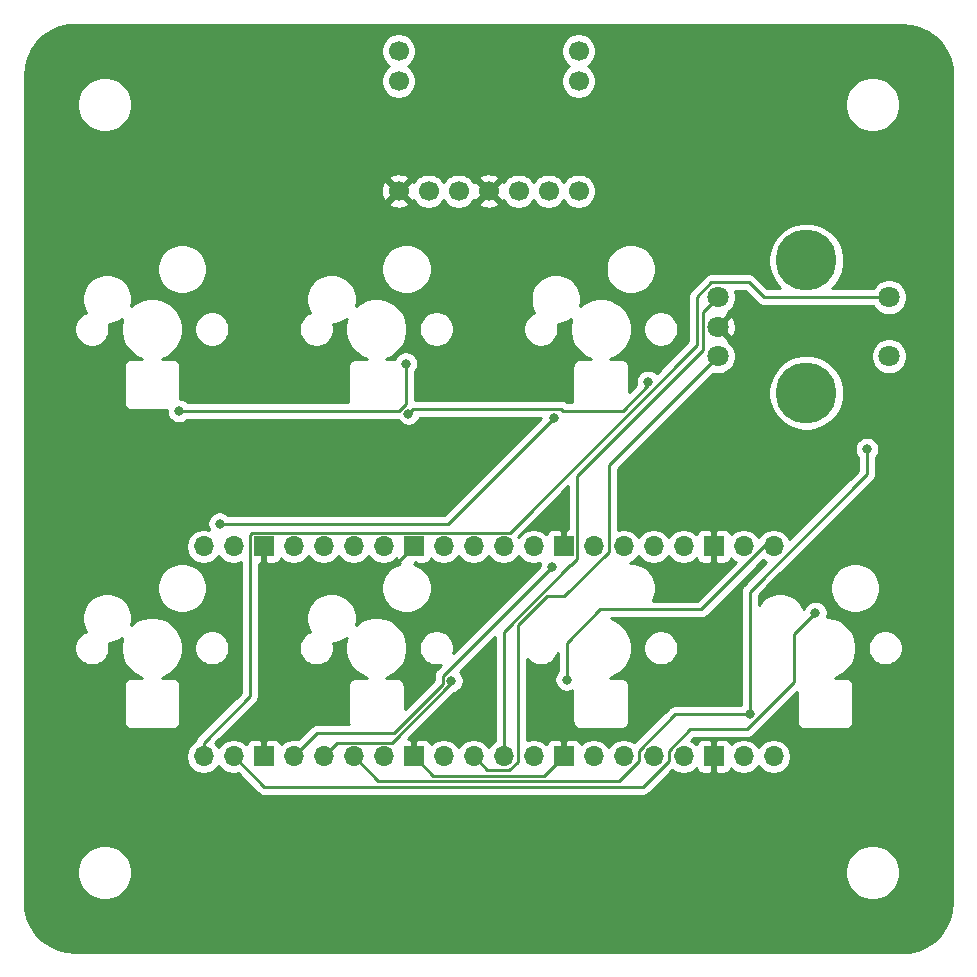
<source format=gbr>
%TF.GenerationSoftware,KiCad,Pcbnew,(5.1.10)-1*%
%TF.CreationDate,2021-12-07T13:13:35+09:00*%
%TF.ProjectId,MACRO-PAD-v0.1,4d414352-4f2d-4504-9144-2d76302e312e,rev?*%
%TF.SameCoordinates,Original*%
%TF.FileFunction,Copper,L1,Top*%
%TF.FilePolarity,Positive*%
%FSLAX46Y46*%
G04 Gerber Fmt 4.6, Leading zero omitted, Abs format (unit mm)*
G04 Created by KiCad (PCBNEW (5.1.10)-1) date 2021-12-07 13:13:35*
%MOMM*%
%LPD*%
G01*
G04 APERTURE LIST*
%TA.AperFunction,ComponentPad*%
%ADD10C,1.700000*%
%TD*%
%TA.AperFunction,ComponentPad*%
%ADD11C,5.161000*%
%TD*%
%TA.AperFunction,ComponentPad*%
%ADD12C,1.800000*%
%TD*%
%TA.AperFunction,ComponentPad*%
%ADD13O,1.700000X1.700000*%
%TD*%
%TA.AperFunction,ComponentPad*%
%ADD14R,1.700000X1.700000*%
%TD*%
%TA.AperFunction,ViaPad*%
%ADD15C,0.800000*%
%TD*%
%TA.AperFunction,Conductor*%
%ADD16C,0.250000*%
%TD*%
%TA.AperFunction,Conductor*%
%ADD17C,0.254000*%
%TD*%
%TA.AperFunction,Conductor*%
%ADD18C,0.100000*%
%TD*%
G04 APERTURE END LIST*
D10*
%TO.P,U9,11*%
%TO.N,N/C*%
X79577000Y-72562510D03*
%TO.P,U9,10*%
X79577000Y-75102510D03*
%TO.P,U9,9*%
X94817000Y-75102510D03*
%TO.P,U9,8*%
X94817000Y-72562510D03*
%TO.P,U9,7*%
%TO.N,GND*%
X79577000Y-84423500D03*
%TO.P,U9,6*%
%TO.N,Net-(U9-Pad6)*%
X82117000Y-84423500D03*
%TO.P,U9,5*%
%TO.N,Net-(U9-Pad5)*%
X84657000Y-84423500D03*
%TO.P,U9,4*%
%TO.N,GND*%
X87197000Y-84423500D03*
%TO.P,U9,3*%
%TO.N,Net-(U9-Pad3)*%
X89737000Y-84423500D03*
%TO.P,U9,2*%
%TO.N,Net-(U9-Pad2)*%
X92277000Y-84423500D03*
%TO.P,U9,1*%
%TO.N,+5V*%
X94817000Y-84423500D03*
%TD*%
D11*
%TO.P,U8,MH2*%
%TO.N,Net-(U8-PadMH2)*%
X114100000Y-101500000D03*
%TO.P,U8,MH1*%
%TO.N,Net-(U8-PadMH1)*%
X114100000Y-90300000D03*
D12*
%TO.P,U8,C1*%
%TO.N,GND*%
X106600000Y-95900000D03*
%TO.P,U8,B1*%
%TO.N,B1*%
X106600000Y-98400000D03*
%TO.P,U8,A1*%
%TO.N,A1*%
X106600000Y-93400000D03*
%TO.P,U8,2*%
%TO.N,Net-(D8-Pad2)*%
X121100000Y-98400000D03*
%TO.P,U8,1*%
%TO.N,col3*%
X121100000Y-93400000D03*
%TD*%
D13*
%TO.P,J1,40*%
%TO.N,+5V*%
X111327000Y-114510000D03*
%TO.P,J1,39*%
%TO.N,Net-(J1-Pad39)*%
X108787000Y-114510000D03*
D14*
%TO.P,J1,38*%
%TO.N,GND*%
X106247000Y-114510000D03*
D13*
%TO.P,J1,37*%
%TO.N,Net-(J1-Pad37)*%
X103707000Y-114510000D03*
%TO.P,J1,36*%
%TO.N,Net-(J1-Pad36)*%
X101167000Y-114510000D03*
%TO.P,J1,35*%
%TO.N,Net-(J1-Pad35)*%
X98627000Y-114510000D03*
%TO.P,J1,34*%
%TO.N,Net-(J1-Pad34)*%
X96087000Y-114510000D03*
D14*
%TO.P,J1,33*%
%TO.N,GND*%
X93547000Y-114510000D03*
D13*
%TO.P,J1,32*%
%TO.N,Net-(J1-Pad32)*%
X91007000Y-114510000D03*
%TO.P,J1,31*%
%TO.N,Net-(J1-Pad31)*%
X88467000Y-114510000D03*
%TO.P,J1,30*%
%TO.N,Net-(J1-Pad30)*%
X85927000Y-114510000D03*
%TO.P,J1,29*%
%TO.N,Net-(J1-Pad29)*%
X83387000Y-114510000D03*
D14*
%TO.P,J1,28*%
%TO.N,GND*%
X80847000Y-114510000D03*
D13*
%TO.P,J1,27*%
%TO.N,Net-(J1-Pad27)*%
X78307000Y-114510000D03*
%TO.P,J1,26*%
%TO.N,Net-(J1-Pad26)*%
X75767000Y-114510000D03*
%TO.P,J1,25*%
%TO.N,Net-(J1-Pad25)*%
X73227000Y-114510000D03*
%TO.P,J1,24*%
%TO.N,Net-(J1-Pad24)*%
X70687000Y-114510000D03*
D14*
%TO.P,J1,23*%
%TO.N,GND*%
X68147000Y-114510000D03*
D13*
%TO.P,J1,22*%
%TO.N,Net-(J1-Pad22)*%
X65607000Y-114510000D03*
%TO.P,J1,21*%
%TO.N,Net-(J1-Pad21)*%
X63067000Y-114510000D03*
%TO.P,J1,20*%
%TO.N,col3*%
X63067000Y-132290000D03*
%TO.P,J1,19*%
%TO.N,col2*%
X65607000Y-132290000D03*
D14*
%TO.P,J1,18*%
%TO.N,GND*%
X68147000Y-132290000D03*
D13*
%TO.P,J1,17*%
%TO.N,col1*%
X70687000Y-132290000D03*
%TO.P,J1,16*%
%TO.N,col0*%
X73227000Y-132290000D03*
%TO.P,J1,15*%
%TO.N,row1*%
X75767000Y-132290000D03*
%TO.P,J1,14*%
%TO.N,row0*%
X78307000Y-132290000D03*
D14*
%TO.P,J1,13*%
%TO.N,GND*%
X80847000Y-132290000D03*
D13*
%TO.P,J1,12*%
%TO.N,LED*%
X83387000Y-132290000D03*
%TO.P,J1,11*%
%TO.N,B1*%
X85927000Y-132290000D03*
%TO.P,J1,10*%
%TO.N,A1*%
X88467000Y-132290000D03*
%TO.P,J1,9*%
%TO.N,Net-(J1-Pad9)*%
X91007000Y-132290000D03*
D14*
%TO.P,J1,8*%
%TO.N,GND*%
X93547000Y-132290000D03*
D13*
%TO.P,J1,7*%
%TO.N,Net-(J1-Pad7)*%
X96087000Y-132290000D03*
%TO.P,J1,6*%
%TO.N,Net-(J1-Pad6)*%
X98627000Y-132290000D03*
%TO.P,J1,5*%
%TO.N,Net-(J1-Pad5)*%
X101167000Y-132290000D03*
%TO.P,J1,4*%
%TO.N,Net-(J1-Pad4)*%
X103707000Y-132290000D03*
D14*
%TO.P,J1,3*%
%TO.N,GND*%
X106247000Y-132290000D03*
D13*
%TO.P,J1,2*%
%TO.N,Net-(J1-Pad2)*%
X108787000Y-132290000D03*
%TO.P,J1,1*%
%TO.N,Net-(J1-Pad1)*%
X111327000Y-132290000D03*
%TD*%
D15*
%TO.N,row1*%
X119230000Y-106271400D03*
X109300000Y-128697900D03*
%TO.N,+5V*%
X93798600Y-125793300D03*
%TO.N,col2*%
X114865900Y-120129600D03*
%TO.N,col1*%
X92555000Y-116230000D03*
%TO.N,col0*%
X84045300Y-125885900D03*
%TO.N,Net-(U1-Pad4)*%
X80197000Y-99024200D03*
X60976000Y-103025300D03*
%TO.N,Net-(U2-Pad4)*%
X100718500Y-100569700D03*
X80417500Y-103270400D03*
%TO.N,Net-(U3-Pad4)*%
X64431600Y-112586000D03*
X92736900Y-103615100D03*
%TD*%
D16*
%TO.N,row1*%
X109300000Y-128697900D02*
X109300000Y-118336600D01*
X109300000Y-118336600D02*
X119230000Y-108406600D01*
X119230000Y-108406600D02*
X119230000Y-106271400D01*
X77842900Y-134365900D02*
X75767000Y-132290000D01*
X98237200Y-134365900D02*
X77842900Y-134365900D01*
X99897000Y-132706100D02*
X98237200Y-134365900D01*
X99897000Y-131810800D02*
X99897000Y-132706100D01*
X103009900Y-128697900D02*
X99897000Y-131810800D01*
X109300000Y-128697900D02*
X103009900Y-128697900D01*
%TO.N,+5V*%
X105187602Y-119848400D02*
X110526002Y-114510000D01*
X110526002Y-114510000D02*
X111327000Y-114510000D01*
X96652700Y-119848400D02*
X105187602Y-119848400D01*
X93798600Y-122702500D02*
X96652700Y-119848400D01*
X93798600Y-125793300D02*
X93798600Y-122702500D01*
%TO.N,GND*%
X79159001Y-116197999D02*
X80847000Y-114510000D01*
X68496001Y-116197999D02*
X79159001Y-116197999D01*
X68147000Y-116547000D02*
X68496001Y-116197999D01*
X68147000Y-114510000D02*
X68147000Y-116547000D01*
X91921400Y-133915600D02*
X93547000Y-132290000D01*
X82472600Y-133915600D02*
X91921400Y-133915600D01*
X80847000Y-132290000D02*
X82472600Y-133915600D01*
%TO.N,col3*%
X63067000Y-132290000D02*
X63067000Y-131114700D01*
X63067000Y-131114700D02*
X66971600Y-127210100D01*
X66971600Y-127210100D02*
X66971600Y-113522500D01*
X66971600Y-113522500D02*
X67159500Y-113334600D01*
X67159500Y-113334600D02*
X88979500Y-113334600D01*
X88979500Y-113334600D02*
X104845000Y-97469100D01*
X104845000Y-97469100D02*
X104845000Y-93364000D01*
X104845000Y-93364000D02*
X106074900Y-92134100D01*
X106074900Y-92134100D02*
X109222500Y-92134100D01*
X109222500Y-92134100D02*
X110488400Y-93400000D01*
X110488400Y-93400000D02*
X121100000Y-93400000D01*
%TO.N,col2*%
X100275100Y-134859100D02*
X68176100Y-134859100D01*
X102437000Y-131807000D02*
X102437000Y-132697200D01*
X104269600Y-129974400D02*
X102437000Y-131807000D01*
X102437000Y-132697200D02*
X100275100Y-134859100D01*
X109113200Y-129974400D02*
X104269600Y-129974400D01*
X113093800Y-121937800D02*
X113093800Y-125993800D01*
X68176100Y-134859100D02*
X65607000Y-132290000D01*
X114865900Y-120165700D02*
X113093800Y-121937800D01*
X113093800Y-125993800D02*
X109113200Y-129974400D01*
X114865900Y-120129600D02*
X114865900Y-120165700D01*
%TO.N,col1*%
X72661500Y-130315500D02*
X70687000Y-132290000D01*
X79153000Y-130315500D02*
X72661500Y-130315500D01*
X83320000Y-126148500D02*
X79153000Y-130315500D01*
X83320000Y-125465000D02*
X83320000Y-126148500D01*
X92555000Y-116230000D02*
X83320000Y-125465000D01*
%TO.N,col0*%
X78990700Y-131114700D02*
X84045300Y-126060100D01*
X84045300Y-126060100D02*
X84045300Y-125885900D01*
X74402300Y-131114700D02*
X75885300Y-131114700D01*
X73227000Y-132290000D02*
X74402300Y-131114700D01*
X75885300Y-131114700D02*
X78990700Y-131114700D01*
X75210200Y-131114700D02*
X75885300Y-131114700D01*
%TO.N,B1*%
X88956000Y-133465300D02*
X87102300Y-133465300D01*
X89679000Y-132742300D02*
X88956000Y-133465300D01*
X89679000Y-121161000D02*
X89679000Y-132742300D01*
X93626700Y-118708000D02*
X92132000Y-118708000D01*
X87102300Y-133465300D02*
X85927000Y-132290000D01*
X97357000Y-114977700D02*
X93626700Y-118708000D01*
X97357000Y-107643000D02*
X97357000Y-114977700D01*
X92132000Y-118708000D02*
X89679000Y-121161000D01*
X106600000Y-98400000D02*
X97357000Y-107643000D01*
%TO.N,A1*%
X106600000Y-93400000D02*
X105325400Y-94674600D01*
X105325400Y-94674600D02*
X105325400Y-97908000D01*
X105325400Y-97908000D02*
X94722400Y-108511000D01*
X94722400Y-108511000D02*
X94722400Y-115557100D01*
X94722400Y-115557100D02*
X94188600Y-116090900D01*
X94188600Y-116090900D02*
X94112200Y-116090900D01*
X94112200Y-116090900D02*
X88467000Y-121736100D01*
X88467000Y-121736100D02*
X88467000Y-132290000D01*
%TO.N,Net-(U1-Pad4)*%
X80197000Y-99024200D02*
X80197000Y-102438400D01*
X80197000Y-102438400D02*
X79610100Y-103025300D01*
X79610100Y-103025300D02*
X60976000Y-103025300D01*
%TO.N,Net-(U2-Pad4)*%
X80417500Y-103270400D02*
X80831500Y-102856400D01*
X80831500Y-102856400D02*
X93293300Y-102856400D01*
X93293300Y-102856400D02*
X93462300Y-103025400D01*
X93462300Y-103025400D02*
X98558800Y-103025400D01*
X98558800Y-103025400D02*
X100718500Y-100865700D01*
X100718500Y-100865700D02*
X100718500Y-100569700D01*
%TO.N,Net-(U3-Pad4)*%
X92736900Y-103615100D02*
X83766000Y-112586000D01*
X83766000Y-112586000D02*
X64431600Y-112586000D01*
%TD*%
D17*
%TO.N,GND*%
X122954216Y-70408234D02*
X123684598Y-70608043D01*
X124368048Y-70934032D01*
X124982968Y-71375897D01*
X125509925Y-71919675D01*
X125932259Y-72548174D01*
X126236621Y-73241528D01*
X126414746Y-73983476D01*
X126462000Y-74626949D01*
X126462001Y-144573257D01*
X126391766Y-145360216D01*
X126191957Y-146090597D01*
X125865968Y-146774048D01*
X125424103Y-147388968D01*
X124880323Y-147915927D01*
X124251828Y-148338257D01*
X123558472Y-148642621D01*
X122816524Y-148820746D01*
X122173051Y-148868000D01*
X52226732Y-148868000D01*
X51439784Y-148797766D01*
X50709403Y-148597957D01*
X50025952Y-148271968D01*
X49411032Y-147830103D01*
X48884073Y-147286323D01*
X48461743Y-146657828D01*
X48157379Y-145964472D01*
X47979254Y-145222524D01*
X47932000Y-144579051D01*
X47932000Y-141872170D01*
X52353340Y-141872170D01*
X52353340Y-142333830D01*
X52443406Y-142786620D01*
X52620075Y-143213139D01*
X52876560Y-143596996D01*
X53203004Y-143923440D01*
X53586861Y-144179925D01*
X54013380Y-144356594D01*
X54466170Y-144446660D01*
X54927830Y-144446660D01*
X55380620Y-144356594D01*
X55807139Y-144179925D01*
X56190996Y-143923440D01*
X56517440Y-143596996D01*
X56773925Y-143213139D01*
X56950594Y-142786620D01*
X57040660Y-142333830D01*
X57040660Y-141872170D01*
X117353340Y-141872170D01*
X117353340Y-142333830D01*
X117443406Y-142786620D01*
X117620075Y-143213139D01*
X117876560Y-143596996D01*
X118203004Y-143923440D01*
X118586861Y-144179925D01*
X119013380Y-144356594D01*
X119466170Y-144446660D01*
X119927830Y-144446660D01*
X120380620Y-144356594D01*
X120807139Y-144179925D01*
X121190996Y-143923440D01*
X121517440Y-143596996D01*
X121773925Y-143213139D01*
X121950594Y-142786620D01*
X122040660Y-142333830D01*
X122040660Y-141872170D01*
X121950594Y-141419380D01*
X121773925Y-140992861D01*
X121517440Y-140609004D01*
X121190996Y-140282560D01*
X120807139Y-140026075D01*
X120380620Y-139849406D01*
X119927830Y-139759340D01*
X119466170Y-139759340D01*
X119013380Y-139849406D01*
X118586861Y-140026075D01*
X118203004Y-140282560D01*
X117876560Y-140609004D01*
X117620075Y-140992861D01*
X117443406Y-141419380D01*
X117353340Y-141872170D01*
X57040660Y-141872170D01*
X56950594Y-141419380D01*
X56773925Y-140992861D01*
X56517440Y-140609004D01*
X56190996Y-140282560D01*
X55807139Y-140026075D01*
X55380620Y-139849406D01*
X54927830Y-139759340D01*
X54466170Y-139759340D01*
X54013380Y-139849406D01*
X53586861Y-140026075D01*
X53203004Y-140282560D01*
X52876560Y-140609004D01*
X52620075Y-140992861D01*
X52443406Y-141419380D01*
X52353340Y-141872170D01*
X47932000Y-141872170D01*
X47932000Y-122956652D01*
X52131100Y-122956652D01*
X52131100Y-123249348D01*
X52188202Y-123536421D01*
X52300212Y-123806838D01*
X52462826Y-124050206D01*
X52669794Y-124257174D01*
X52913162Y-124419788D01*
X53183579Y-124531798D01*
X53470652Y-124588900D01*
X53763348Y-124588900D01*
X54050421Y-124531798D01*
X54320838Y-124419788D01*
X54564206Y-124257174D01*
X54771174Y-124050206D01*
X54933788Y-123806838D01*
X55045798Y-123536421D01*
X55102900Y-123249348D01*
X55102900Y-122956652D01*
X55051451Y-122698000D01*
X55097279Y-122698000D01*
X55509756Y-122615953D01*
X55898302Y-122455012D01*
X56204708Y-122250279D01*
X56169127Y-122336178D01*
X56068100Y-122844076D01*
X56068100Y-123361924D01*
X56169127Y-123869822D01*
X56367299Y-124348251D01*
X56655000Y-124778826D01*
X57021174Y-125145000D01*
X57451749Y-125432701D01*
X57874958Y-125608000D01*
X57031135Y-125608000D01*
X56997000Y-125604638D01*
X56962866Y-125608000D01*
X56962865Y-125608000D01*
X56860756Y-125618057D01*
X56729748Y-125657798D01*
X56609011Y-125722333D01*
X56503183Y-125809183D01*
X56416333Y-125915011D01*
X56351798Y-126035748D01*
X56312057Y-126166756D01*
X56298638Y-126303000D01*
X56302001Y-126337145D01*
X56302000Y-129268865D01*
X56298638Y-129303000D01*
X56312057Y-129439244D01*
X56351798Y-129570252D01*
X56416333Y-129690989D01*
X56503183Y-129796817D01*
X56609011Y-129883667D01*
X56729748Y-129948202D01*
X56860756Y-129987943D01*
X56997000Y-130001362D01*
X57031134Y-129998000D01*
X60362865Y-129998000D01*
X60397000Y-130001362D01*
X60431134Y-129998000D01*
X60431135Y-129998000D01*
X60533244Y-129987943D01*
X60664252Y-129948202D01*
X60784989Y-129883667D01*
X60890817Y-129796817D01*
X60977667Y-129690989D01*
X61042202Y-129570252D01*
X61081943Y-129439244D01*
X61095362Y-129303000D01*
X61092000Y-129268865D01*
X61092000Y-126337135D01*
X61095362Y-126303000D01*
X61081943Y-126166756D01*
X61042202Y-126035748D01*
X60977667Y-125915011D01*
X60890817Y-125809183D01*
X60784989Y-125722333D01*
X60664252Y-125657798D01*
X60533244Y-125618057D01*
X60431135Y-125608000D01*
X60397000Y-125604638D01*
X60362866Y-125608000D01*
X59519042Y-125608000D01*
X59942251Y-125432701D01*
X60372826Y-125145000D01*
X60739000Y-124778826D01*
X61026701Y-124348251D01*
X61224873Y-123869822D01*
X61325900Y-123361924D01*
X61325900Y-122956652D01*
X62291100Y-122956652D01*
X62291100Y-123249348D01*
X62348202Y-123536421D01*
X62460212Y-123806838D01*
X62622826Y-124050206D01*
X62829794Y-124257174D01*
X63073162Y-124419788D01*
X63343579Y-124531798D01*
X63630652Y-124588900D01*
X63923348Y-124588900D01*
X64210421Y-124531798D01*
X64480838Y-124419788D01*
X64724206Y-124257174D01*
X64931174Y-124050206D01*
X65093788Y-123806838D01*
X65205798Y-123536421D01*
X65262900Y-123249348D01*
X65262900Y-122956652D01*
X65205798Y-122669579D01*
X65093788Y-122399162D01*
X64931174Y-122155794D01*
X64724206Y-121948826D01*
X64480838Y-121786212D01*
X64210421Y-121674202D01*
X63923348Y-121617100D01*
X63630652Y-121617100D01*
X63343579Y-121674202D01*
X63073162Y-121786212D01*
X62829794Y-121948826D01*
X62622826Y-122155794D01*
X62460212Y-122399162D01*
X62348202Y-122669579D01*
X62291100Y-122956652D01*
X61325900Y-122956652D01*
X61325900Y-122844076D01*
X61224873Y-122336178D01*
X61026701Y-121857749D01*
X60739000Y-121427174D01*
X60372826Y-121061000D01*
X59942251Y-120773299D01*
X59463822Y-120575127D01*
X58955924Y-120474100D01*
X58438076Y-120474100D01*
X57930178Y-120575127D01*
X57451749Y-120773299D01*
X57021174Y-121061000D01*
X56950763Y-121131411D01*
X57022000Y-120773279D01*
X57022000Y-120352721D01*
X56939953Y-119940244D01*
X56779012Y-119551698D01*
X56545363Y-119202017D01*
X56247983Y-118904637D01*
X55898302Y-118670988D01*
X55509756Y-118510047D01*
X55097279Y-118428000D01*
X54676721Y-118428000D01*
X54264244Y-118510047D01*
X53875698Y-118670988D01*
X53526017Y-118904637D01*
X53228637Y-119202017D01*
X52994988Y-119551698D01*
X52834047Y-119940244D01*
X52752000Y-120352721D01*
X52752000Y-120773279D01*
X52834047Y-121185756D01*
X52994988Y-121574302D01*
X53088150Y-121713730D01*
X52913162Y-121786212D01*
X52669794Y-121948826D01*
X52462826Y-122155794D01*
X52300212Y-122399162D01*
X52188202Y-122669579D01*
X52131100Y-122956652D01*
X47932000Y-122956652D01*
X47932000Y-117812721D01*
X59102000Y-117812721D01*
X59102000Y-118233279D01*
X59184047Y-118645756D01*
X59344988Y-119034302D01*
X59578637Y-119383983D01*
X59876017Y-119681363D01*
X60225698Y-119915012D01*
X60614244Y-120075953D01*
X61026721Y-120158000D01*
X61447279Y-120158000D01*
X61859756Y-120075953D01*
X62248302Y-119915012D01*
X62597983Y-119681363D01*
X62895363Y-119383983D01*
X63129012Y-119034302D01*
X63289953Y-118645756D01*
X63372000Y-118233279D01*
X63372000Y-117812721D01*
X63289953Y-117400244D01*
X63129012Y-117011698D01*
X62895363Y-116662017D01*
X62597983Y-116364637D01*
X62248302Y-116130988D01*
X61859756Y-115970047D01*
X61447279Y-115888000D01*
X61026721Y-115888000D01*
X60614244Y-115970047D01*
X60225698Y-116130988D01*
X59876017Y-116364637D01*
X59578637Y-116662017D01*
X59344988Y-117011698D01*
X59184047Y-117400244D01*
X59102000Y-117812721D01*
X47932000Y-117812721D01*
X47932000Y-95956652D01*
X52131100Y-95956652D01*
X52131100Y-96249348D01*
X52188202Y-96536421D01*
X52300212Y-96806838D01*
X52462826Y-97050206D01*
X52669794Y-97257174D01*
X52913162Y-97419788D01*
X53183579Y-97531798D01*
X53470652Y-97588900D01*
X53763348Y-97588900D01*
X54050421Y-97531798D01*
X54320838Y-97419788D01*
X54564206Y-97257174D01*
X54771174Y-97050206D01*
X54933788Y-96806838D01*
X55045798Y-96536421D01*
X55102900Y-96249348D01*
X55102900Y-95956652D01*
X55051451Y-95698000D01*
X55097279Y-95698000D01*
X55509756Y-95615953D01*
X55898302Y-95455012D01*
X56204708Y-95250279D01*
X56169127Y-95336178D01*
X56068100Y-95844076D01*
X56068100Y-96361924D01*
X56169127Y-96869822D01*
X56367299Y-97348251D01*
X56655000Y-97778826D01*
X57021174Y-98145000D01*
X57451749Y-98432701D01*
X57874958Y-98608000D01*
X57031135Y-98608000D01*
X56997000Y-98604638D01*
X56962866Y-98608000D01*
X56962865Y-98608000D01*
X56860756Y-98618057D01*
X56729748Y-98657798D01*
X56609011Y-98722333D01*
X56503183Y-98809183D01*
X56416333Y-98915011D01*
X56351798Y-99035748D01*
X56312057Y-99166756D01*
X56298638Y-99303000D01*
X56302001Y-99337145D01*
X56302000Y-102268865D01*
X56298638Y-102303000D01*
X56312057Y-102439244D01*
X56351798Y-102570252D01*
X56416333Y-102690989D01*
X56503183Y-102796817D01*
X56600172Y-102876413D01*
X56609011Y-102883667D01*
X56729748Y-102948202D01*
X56860756Y-102987943D01*
X56997000Y-103001362D01*
X57031134Y-102998000D01*
X59941000Y-102998000D01*
X59941000Y-103127239D01*
X59980774Y-103327198D01*
X60058795Y-103515556D01*
X60172063Y-103685074D01*
X60316226Y-103829237D01*
X60485744Y-103942505D01*
X60674102Y-104020526D01*
X60874061Y-104060300D01*
X61077939Y-104060300D01*
X61277898Y-104020526D01*
X61466256Y-103942505D01*
X61635774Y-103829237D01*
X61679711Y-103785300D01*
X79516762Y-103785300D01*
X79613563Y-103930174D01*
X79757726Y-104074337D01*
X79927244Y-104187605D01*
X80115602Y-104265626D01*
X80315561Y-104305400D01*
X80519439Y-104305400D01*
X80719398Y-104265626D01*
X80907756Y-104187605D01*
X81077274Y-104074337D01*
X81221437Y-103930174D01*
X81334705Y-103760656D01*
X81394458Y-103616400D01*
X91660797Y-103616400D01*
X83451199Y-111826000D01*
X65135311Y-111826000D01*
X65091374Y-111782063D01*
X64921856Y-111668795D01*
X64733498Y-111590774D01*
X64533539Y-111551000D01*
X64329661Y-111551000D01*
X64129702Y-111590774D01*
X63941344Y-111668795D01*
X63771826Y-111782063D01*
X63627663Y-111926226D01*
X63514395Y-112095744D01*
X63436374Y-112284102D01*
X63396600Y-112484061D01*
X63396600Y-112687939D01*
X63436374Y-112887898D01*
X63514395Y-113076256D01*
X63525213Y-113092446D01*
X63500158Y-113082068D01*
X63213260Y-113025000D01*
X62920740Y-113025000D01*
X62633842Y-113082068D01*
X62363589Y-113194010D01*
X62120368Y-113356525D01*
X61913525Y-113563368D01*
X61751010Y-113806589D01*
X61639068Y-114076842D01*
X61582000Y-114363740D01*
X61582000Y-114656260D01*
X61639068Y-114943158D01*
X61751010Y-115213411D01*
X61913525Y-115456632D01*
X62120368Y-115663475D01*
X62363589Y-115825990D01*
X62633842Y-115937932D01*
X62920740Y-115995000D01*
X63213260Y-115995000D01*
X63500158Y-115937932D01*
X63770411Y-115825990D01*
X64013632Y-115663475D01*
X64220475Y-115456632D01*
X64337000Y-115282240D01*
X64453525Y-115456632D01*
X64660368Y-115663475D01*
X64903589Y-115825990D01*
X65173842Y-115937932D01*
X65460740Y-115995000D01*
X65753260Y-115995000D01*
X66040158Y-115937932D01*
X66211601Y-115866918D01*
X66211600Y-126895298D01*
X62555998Y-130550901D01*
X62527000Y-130574699D01*
X62503202Y-130603697D01*
X62503201Y-130603698D01*
X62432026Y-130690424D01*
X62361454Y-130822454D01*
X62317998Y-130965715D01*
X62313912Y-131007203D01*
X62120368Y-131136525D01*
X61913525Y-131343368D01*
X61751010Y-131586589D01*
X61639068Y-131856842D01*
X61582000Y-132143740D01*
X61582000Y-132436260D01*
X61639068Y-132723158D01*
X61751010Y-132993411D01*
X61913525Y-133236632D01*
X62120368Y-133443475D01*
X62363589Y-133605990D01*
X62633842Y-133717932D01*
X62920740Y-133775000D01*
X63213260Y-133775000D01*
X63500158Y-133717932D01*
X63770411Y-133605990D01*
X64013632Y-133443475D01*
X64220475Y-133236632D01*
X64337000Y-133062240D01*
X64453525Y-133236632D01*
X64660368Y-133443475D01*
X64903589Y-133605990D01*
X65173842Y-133717932D01*
X65460740Y-133775000D01*
X65753260Y-133775000D01*
X65973408Y-133731209D01*
X67612301Y-135370103D01*
X67636099Y-135399101D01*
X67665097Y-135422899D01*
X67751823Y-135494074D01*
X67883853Y-135564646D01*
X68027114Y-135608103D01*
X68138767Y-135619100D01*
X68138776Y-135619100D01*
X68176099Y-135622776D01*
X68213422Y-135619100D01*
X100237778Y-135619100D01*
X100275100Y-135622776D01*
X100312422Y-135619100D01*
X100312433Y-135619100D01*
X100424086Y-135608103D01*
X100567347Y-135564646D01*
X100699376Y-135494074D01*
X100815101Y-135399101D01*
X100838904Y-135370097D01*
X102763461Y-133445541D01*
X103003589Y-133605990D01*
X103273842Y-133717932D01*
X103560740Y-133775000D01*
X103853260Y-133775000D01*
X104140158Y-133717932D01*
X104410411Y-133605990D01*
X104653632Y-133443475D01*
X104785487Y-133311620D01*
X104807498Y-133384180D01*
X104866463Y-133494494D01*
X104945815Y-133591185D01*
X105042506Y-133670537D01*
X105152820Y-133729502D01*
X105272518Y-133765812D01*
X105397000Y-133778072D01*
X105961250Y-133775000D01*
X106120000Y-133616250D01*
X106120000Y-132417000D01*
X106100000Y-132417000D01*
X106100000Y-132163000D01*
X106120000Y-132163000D01*
X106120000Y-130963750D01*
X106374000Y-130963750D01*
X106374000Y-132163000D01*
X106394000Y-132163000D01*
X106394000Y-132417000D01*
X106374000Y-132417000D01*
X106374000Y-133616250D01*
X106532750Y-133775000D01*
X107097000Y-133778072D01*
X107221482Y-133765812D01*
X107341180Y-133729502D01*
X107451494Y-133670537D01*
X107548185Y-133591185D01*
X107627537Y-133494494D01*
X107686502Y-133384180D01*
X107708513Y-133311620D01*
X107840368Y-133443475D01*
X108083589Y-133605990D01*
X108353842Y-133717932D01*
X108640740Y-133775000D01*
X108933260Y-133775000D01*
X109220158Y-133717932D01*
X109490411Y-133605990D01*
X109733632Y-133443475D01*
X109940475Y-133236632D01*
X110057000Y-133062240D01*
X110173525Y-133236632D01*
X110380368Y-133443475D01*
X110623589Y-133605990D01*
X110893842Y-133717932D01*
X111180740Y-133775000D01*
X111473260Y-133775000D01*
X111760158Y-133717932D01*
X112030411Y-133605990D01*
X112273632Y-133443475D01*
X112480475Y-133236632D01*
X112642990Y-132993411D01*
X112754932Y-132723158D01*
X112812000Y-132436260D01*
X112812000Y-132143740D01*
X112754932Y-131856842D01*
X112642990Y-131586589D01*
X112480475Y-131343368D01*
X112273632Y-131136525D01*
X112030411Y-130974010D01*
X111760158Y-130862068D01*
X111473260Y-130805000D01*
X111180740Y-130805000D01*
X110893842Y-130862068D01*
X110623589Y-130974010D01*
X110380368Y-131136525D01*
X110173525Y-131343368D01*
X110057000Y-131517760D01*
X109940475Y-131343368D01*
X109733632Y-131136525D01*
X109490411Y-130974010D01*
X109220158Y-130862068D01*
X108933260Y-130805000D01*
X108640740Y-130805000D01*
X108353842Y-130862068D01*
X108083589Y-130974010D01*
X107840368Y-131136525D01*
X107708513Y-131268380D01*
X107686502Y-131195820D01*
X107627537Y-131085506D01*
X107548185Y-130988815D01*
X107451494Y-130909463D01*
X107341180Y-130850498D01*
X107221482Y-130814188D01*
X107097000Y-130801928D01*
X106532750Y-130805000D01*
X106374000Y-130963750D01*
X106120000Y-130963750D01*
X105961250Y-130805000D01*
X105397000Y-130801928D01*
X105272518Y-130814188D01*
X105152820Y-130850498D01*
X105042506Y-130909463D01*
X104945815Y-130988815D01*
X104866463Y-131085506D01*
X104807498Y-131195820D01*
X104785487Y-131268380D01*
X104653632Y-131136525D01*
X104410411Y-130974010D01*
X104364011Y-130954791D01*
X104584402Y-130734400D01*
X109075878Y-130734400D01*
X109113200Y-130738076D01*
X109150522Y-130734400D01*
X109150533Y-130734400D01*
X109262186Y-130723403D01*
X109405447Y-130679946D01*
X109537476Y-130609374D01*
X109653201Y-130514401D01*
X109677004Y-130485397D01*
X113302001Y-126860401D01*
X113302000Y-129268865D01*
X113298638Y-129303000D01*
X113312057Y-129439244D01*
X113351798Y-129570252D01*
X113416333Y-129690989D01*
X113503183Y-129796817D01*
X113609011Y-129883667D01*
X113729748Y-129948202D01*
X113860756Y-129987943D01*
X113997000Y-130001362D01*
X114031134Y-129998000D01*
X117362865Y-129998000D01*
X117397000Y-130001362D01*
X117431134Y-129998000D01*
X117431135Y-129998000D01*
X117533244Y-129987943D01*
X117664252Y-129948202D01*
X117784989Y-129883667D01*
X117890817Y-129796817D01*
X117977667Y-129690989D01*
X118042202Y-129570252D01*
X118081943Y-129439244D01*
X118095362Y-129303000D01*
X118092000Y-129268865D01*
X118092000Y-126337135D01*
X118095362Y-126303000D01*
X118081943Y-126166756D01*
X118042202Y-126035748D01*
X117977667Y-125915011D01*
X117890817Y-125809183D01*
X117784989Y-125722333D01*
X117664252Y-125657798D01*
X117533244Y-125618057D01*
X117431135Y-125608000D01*
X117397000Y-125604638D01*
X117362866Y-125608000D01*
X116519042Y-125608000D01*
X116942251Y-125432701D01*
X117372826Y-125145000D01*
X117739000Y-124778826D01*
X118026701Y-124348251D01*
X118224873Y-123869822D01*
X118325900Y-123361924D01*
X118325900Y-122956652D01*
X119291100Y-122956652D01*
X119291100Y-123249348D01*
X119348202Y-123536421D01*
X119460212Y-123806838D01*
X119622826Y-124050206D01*
X119829794Y-124257174D01*
X120073162Y-124419788D01*
X120343579Y-124531798D01*
X120630652Y-124588900D01*
X120923348Y-124588900D01*
X121210421Y-124531798D01*
X121480838Y-124419788D01*
X121724206Y-124257174D01*
X121931174Y-124050206D01*
X122093788Y-123806838D01*
X122205798Y-123536421D01*
X122262900Y-123249348D01*
X122262900Y-122956652D01*
X122205798Y-122669579D01*
X122093788Y-122399162D01*
X121931174Y-122155794D01*
X121724206Y-121948826D01*
X121480838Y-121786212D01*
X121210421Y-121674202D01*
X120923348Y-121617100D01*
X120630652Y-121617100D01*
X120343579Y-121674202D01*
X120073162Y-121786212D01*
X119829794Y-121948826D01*
X119622826Y-122155794D01*
X119460212Y-122399162D01*
X119348202Y-122669579D01*
X119291100Y-122956652D01*
X118325900Y-122956652D01*
X118325900Y-122844076D01*
X118224873Y-122336178D01*
X118026701Y-121857749D01*
X117739000Y-121427174D01*
X117372826Y-121061000D01*
X116942251Y-120773299D01*
X116463822Y-120575127D01*
X115955924Y-120474100D01*
X115843480Y-120474100D01*
X115861126Y-120431498D01*
X115900900Y-120231539D01*
X115900900Y-120027661D01*
X115861126Y-119827702D01*
X115783105Y-119639344D01*
X115669837Y-119469826D01*
X115525674Y-119325663D01*
X115356156Y-119212395D01*
X115167798Y-119134374D01*
X114967839Y-119094600D01*
X114763961Y-119094600D01*
X114564002Y-119134374D01*
X114375644Y-119212395D01*
X114206126Y-119325663D01*
X114061963Y-119469826D01*
X113948695Y-119639344D01*
X113882005Y-119800346D01*
X113779012Y-119551698D01*
X113545363Y-119202017D01*
X113247983Y-118904637D01*
X112898302Y-118670988D01*
X112509756Y-118510047D01*
X112097279Y-118428000D01*
X111676721Y-118428000D01*
X111264244Y-118510047D01*
X110875698Y-118670988D01*
X110526017Y-118904637D01*
X110228637Y-119202017D01*
X110060000Y-119454401D01*
X110060000Y-118651401D01*
X110898680Y-117812721D01*
X116102000Y-117812721D01*
X116102000Y-118233279D01*
X116184047Y-118645756D01*
X116344988Y-119034302D01*
X116578637Y-119383983D01*
X116876017Y-119681363D01*
X117225698Y-119915012D01*
X117614244Y-120075953D01*
X118026721Y-120158000D01*
X118447279Y-120158000D01*
X118859756Y-120075953D01*
X119248302Y-119915012D01*
X119597983Y-119681363D01*
X119895363Y-119383983D01*
X120129012Y-119034302D01*
X120289953Y-118645756D01*
X120372000Y-118233279D01*
X120372000Y-117812721D01*
X120289953Y-117400244D01*
X120129012Y-117011698D01*
X119895363Y-116662017D01*
X119597983Y-116364637D01*
X119248302Y-116130988D01*
X118859756Y-115970047D01*
X118447279Y-115888000D01*
X118026721Y-115888000D01*
X117614244Y-115970047D01*
X117225698Y-116130988D01*
X116876017Y-116364637D01*
X116578637Y-116662017D01*
X116344988Y-117011698D01*
X116184047Y-117400244D01*
X116102000Y-117812721D01*
X110898680Y-117812721D01*
X119741004Y-108970398D01*
X119770001Y-108946601D01*
X119864974Y-108830876D01*
X119935546Y-108698847D01*
X119979003Y-108555586D01*
X119990000Y-108443933D01*
X119990000Y-108443925D01*
X119993676Y-108406600D01*
X119990000Y-108369275D01*
X119990000Y-106975111D01*
X120033937Y-106931174D01*
X120147205Y-106761656D01*
X120225226Y-106573298D01*
X120265000Y-106373339D01*
X120265000Y-106169461D01*
X120225226Y-105969502D01*
X120147205Y-105781144D01*
X120033937Y-105611626D01*
X119889774Y-105467463D01*
X119720256Y-105354195D01*
X119531898Y-105276174D01*
X119331939Y-105236400D01*
X119128061Y-105236400D01*
X118928102Y-105276174D01*
X118739744Y-105354195D01*
X118570226Y-105467463D01*
X118426063Y-105611626D01*
X118312795Y-105781144D01*
X118234774Y-105969502D01*
X118195000Y-106169461D01*
X118195000Y-106373339D01*
X118234774Y-106573298D01*
X118312795Y-106761656D01*
X118426063Y-106931174D01*
X118470001Y-106975112D01*
X118470000Y-108091798D01*
X112675858Y-113885940D01*
X112642990Y-113806589D01*
X112480475Y-113563368D01*
X112273632Y-113356525D01*
X112030411Y-113194010D01*
X111760158Y-113082068D01*
X111473260Y-113025000D01*
X111180740Y-113025000D01*
X110893842Y-113082068D01*
X110623589Y-113194010D01*
X110380368Y-113356525D01*
X110173525Y-113563368D01*
X110057000Y-113737760D01*
X109940475Y-113563368D01*
X109733632Y-113356525D01*
X109490411Y-113194010D01*
X109220158Y-113082068D01*
X108933260Y-113025000D01*
X108640740Y-113025000D01*
X108353842Y-113082068D01*
X108083589Y-113194010D01*
X107840368Y-113356525D01*
X107708513Y-113488380D01*
X107686502Y-113415820D01*
X107627537Y-113305506D01*
X107548185Y-113208815D01*
X107451494Y-113129463D01*
X107341180Y-113070498D01*
X107221482Y-113034188D01*
X107097000Y-113021928D01*
X106532750Y-113025000D01*
X106374000Y-113183750D01*
X106374000Y-114383000D01*
X106394000Y-114383000D01*
X106394000Y-114637000D01*
X106374000Y-114637000D01*
X106374000Y-115836250D01*
X106532750Y-115995000D01*
X107097000Y-115998072D01*
X107221482Y-115985812D01*
X107341180Y-115949502D01*
X107451494Y-115890537D01*
X107548185Y-115811185D01*
X107627537Y-115714494D01*
X107686502Y-115604180D01*
X107708513Y-115531620D01*
X107840368Y-115663475D01*
X108083589Y-115825990D01*
X108120091Y-115841110D01*
X104872801Y-119088400D01*
X101092865Y-119088400D01*
X101129012Y-119034302D01*
X101289953Y-118645756D01*
X101372000Y-118233279D01*
X101372000Y-117812721D01*
X101289953Y-117400244D01*
X101129012Y-117011698D01*
X100895363Y-116662017D01*
X100597983Y-116364637D01*
X100248302Y-116130988D01*
X99859756Y-115970047D01*
X99447279Y-115888000D01*
X99180705Y-115888000D01*
X99330411Y-115825990D01*
X99573632Y-115663475D01*
X99780475Y-115456632D01*
X99897000Y-115282240D01*
X100013525Y-115456632D01*
X100220368Y-115663475D01*
X100463589Y-115825990D01*
X100733842Y-115937932D01*
X101020740Y-115995000D01*
X101313260Y-115995000D01*
X101600158Y-115937932D01*
X101870411Y-115825990D01*
X102113632Y-115663475D01*
X102320475Y-115456632D01*
X102437000Y-115282240D01*
X102553525Y-115456632D01*
X102760368Y-115663475D01*
X103003589Y-115825990D01*
X103273842Y-115937932D01*
X103560740Y-115995000D01*
X103853260Y-115995000D01*
X104140158Y-115937932D01*
X104410411Y-115825990D01*
X104653632Y-115663475D01*
X104785487Y-115531620D01*
X104807498Y-115604180D01*
X104866463Y-115714494D01*
X104945815Y-115811185D01*
X105042506Y-115890537D01*
X105152820Y-115949502D01*
X105272518Y-115985812D01*
X105397000Y-115998072D01*
X105961250Y-115995000D01*
X106120000Y-115836250D01*
X106120000Y-114637000D01*
X106100000Y-114637000D01*
X106100000Y-114383000D01*
X106120000Y-114383000D01*
X106120000Y-113183750D01*
X105961250Y-113025000D01*
X105397000Y-113021928D01*
X105272518Y-113034188D01*
X105152820Y-113070498D01*
X105042506Y-113129463D01*
X104945815Y-113208815D01*
X104866463Y-113305506D01*
X104807498Y-113415820D01*
X104785487Y-113488380D01*
X104653632Y-113356525D01*
X104410411Y-113194010D01*
X104140158Y-113082068D01*
X103853260Y-113025000D01*
X103560740Y-113025000D01*
X103273842Y-113082068D01*
X103003589Y-113194010D01*
X102760368Y-113356525D01*
X102553525Y-113563368D01*
X102437000Y-113737760D01*
X102320475Y-113563368D01*
X102113632Y-113356525D01*
X101870411Y-113194010D01*
X101600158Y-113082068D01*
X101313260Y-113025000D01*
X101020740Y-113025000D01*
X100733842Y-113082068D01*
X100463589Y-113194010D01*
X100220368Y-113356525D01*
X100013525Y-113563368D01*
X99897000Y-113737760D01*
X99780475Y-113563368D01*
X99573632Y-113356525D01*
X99330411Y-113194010D01*
X99060158Y-113082068D01*
X98773260Y-113025000D01*
X98480740Y-113025000D01*
X98193842Y-113082068D01*
X98117000Y-113113897D01*
X98117000Y-107957801D01*
X104891500Y-101183301D01*
X110884500Y-101183301D01*
X110884500Y-101816699D01*
X111008070Y-102437927D01*
X111250461Y-103023110D01*
X111602358Y-103549761D01*
X112050239Y-103997642D01*
X112576890Y-104349539D01*
X113162073Y-104591930D01*
X113783301Y-104715500D01*
X114416699Y-104715500D01*
X115037927Y-104591930D01*
X115623110Y-104349539D01*
X116149761Y-103997642D01*
X116597642Y-103549761D01*
X116949539Y-103023110D01*
X117191930Y-102437927D01*
X117315500Y-101816699D01*
X117315500Y-101183301D01*
X117191930Y-100562073D01*
X116949539Y-99976890D01*
X116597642Y-99450239D01*
X116149761Y-99002358D01*
X115623110Y-98650461D01*
X115037927Y-98408070D01*
X114416699Y-98284500D01*
X113783301Y-98284500D01*
X113162073Y-98408070D01*
X112576890Y-98650461D01*
X112050239Y-99002358D01*
X111602358Y-99450239D01*
X111250461Y-99976890D01*
X111008070Y-100562073D01*
X110884500Y-101183301D01*
X104891500Y-101183301D01*
X106191070Y-99883731D01*
X106448816Y-99935000D01*
X106751184Y-99935000D01*
X107047743Y-99876011D01*
X107327095Y-99760299D01*
X107578505Y-99592312D01*
X107792312Y-99378505D01*
X107960299Y-99127095D01*
X108076011Y-98847743D01*
X108135000Y-98551184D01*
X108135000Y-98248816D01*
X119565000Y-98248816D01*
X119565000Y-98551184D01*
X119623989Y-98847743D01*
X119739701Y-99127095D01*
X119907688Y-99378505D01*
X120121495Y-99592312D01*
X120372905Y-99760299D01*
X120652257Y-99876011D01*
X120948816Y-99935000D01*
X121251184Y-99935000D01*
X121547743Y-99876011D01*
X121827095Y-99760299D01*
X122078505Y-99592312D01*
X122292312Y-99378505D01*
X122460299Y-99127095D01*
X122576011Y-98847743D01*
X122635000Y-98551184D01*
X122635000Y-98248816D01*
X122576011Y-97952257D01*
X122460299Y-97672905D01*
X122292312Y-97421495D01*
X122078505Y-97207688D01*
X121827095Y-97039701D01*
X121547743Y-96923989D01*
X121251184Y-96865000D01*
X120948816Y-96865000D01*
X120652257Y-96923989D01*
X120372905Y-97039701D01*
X120121495Y-97207688D01*
X119907688Y-97421495D01*
X119739701Y-97672905D01*
X119623989Y-97952257D01*
X119565000Y-98248816D01*
X108135000Y-98248816D01*
X108076011Y-97952257D01*
X107960299Y-97672905D01*
X107792312Y-97421495D01*
X107578505Y-97207688D01*
X107435690Y-97112262D01*
X107484475Y-96964080D01*
X106600000Y-96079605D01*
X106585858Y-96093748D01*
X106406253Y-95914143D01*
X106420395Y-95900000D01*
X106779605Y-95900000D01*
X107664080Y-96784475D01*
X107918261Y-96700792D01*
X108049158Y-96428225D01*
X108124365Y-96135358D01*
X108140991Y-95833447D01*
X108098397Y-95534093D01*
X107998222Y-95248801D01*
X107918261Y-95099208D01*
X107664080Y-95015525D01*
X106779605Y-95900000D01*
X106420395Y-95900000D01*
X106406253Y-95885858D01*
X106585858Y-95706253D01*
X106600000Y-95720395D01*
X107484475Y-94835920D01*
X107435690Y-94687738D01*
X107578505Y-94592312D01*
X107792312Y-94378505D01*
X107960299Y-94127095D01*
X108076011Y-93847743D01*
X108135000Y-93551184D01*
X108135000Y-93248816D01*
X108076011Y-92952257D01*
X108051921Y-92894100D01*
X108907699Y-92894100D01*
X109924601Y-93911003D01*
X109948399Y-93940001D01*
X109977397Y-93963799D01*
X110064123Y-94034974D01*
X110196153Y-94105546D01*
X110339414Y-94149003D01*
X110451067Y-94160000D01*
X110451077Y-94160000D01*
X110488400Y-94163676D01*
X110525723Y-94160000D01*
X119761687Y-94160000D01*
X119907688Y-94378505D01*
X120121495Y-94592312D01*
X120372905Y-94760299D01*
X120652257Y-94876011D01*
X120948816Y-94935000D01*
X121251184Y-94935000D01*
X121547743Y-94876011D01*
X121827095Y-94760299D01*
X122078505Y-94592312D01*
X122292312Y-94378505D01*
X122460299Y-94127095D01*
X122576011Y-93847743D01*
X122635000Y-93551184D01*
X122635000Y-93248816D01*
X122576011Y-92952257D01*
X122460299Y-92672905D01*
X122292312Y-92421495D01*
X122078505Y-92207688D01*
X121827095Y-92039701D01*
X121547743Y-91923989D01*
X121251184Y-91865000D01*
X120948816Y-91865000D01*
X120652257Y-91923989D01*
X120372905Y-92039701D01*
X120121495Y-92207688D01*
X119907688Y-92421495D01*
X119761687Y-92640000D01*
X116307403Y-92640000D01*
X116597642Y-92349761D01*
X116949539Y-91823110D01*
X117191930Y-91237927D01*
X117315500Y-90616699D01*
X117315500Y-89983301D01*
X117191930Y-89362073D01*
X116949539Y-88776890D01*
X116597642Y-88250239D01*
X116149761Y-87802358D01*
X115623110Y-87450461D01*
X115037927Y-87208070D01*
X114416699Y-87084500D01*
X113783301Y-87084500D01*
X113162073Y-87208070D01*
X112576890Y-87450461D01*
X112050239Y-87802358D01*
X111602358Y-88250239D01*
X111250461Y-88776890D01*
X111008070Y-89362073D01*
X110884500Y-89983301D01*
X110884500Y-90616699D01*
X111008070Y-91237927D01*
X111250461Y-91823110D01*
X111602358Y-92349761D01*
X111892597Y-92640000D01*
X110803202Y-92640000D01*
X109786304Y-91623103D01*
X109762501Y-91594099D01*
X109646776Y-91499126D01*
X109514747Y-91428554D01*
X109371486Y-91385097D01*
X109259833Y-91374100D01*
X109259822Y-91374100D01*
X109222500Y-91370424D01*
X109185178Y-91374100D01*
X106112222Y-91374100D01*
X106074899Y-91370424D01*
X106037576Y-91374100D01*
X106037567Y-91374100D01*
X105925914Y-91385097D01*
X105782653Y-91428554D01*
X105650624Y-91499126D01*
X105534899Y-91594099D01*
X105511101Y-91623097D01*
X104333998Y-92800201D01*
X104305000Y-92823999D01*
X104281202Y-92852997D01*
X104281201Y-92852998D01*
X104210026Y-92939724D01*
X104139454Y-93071754D01*
X104095998Y-93215015D01*
X104081324Y-93364000D01*
X104085001Y-93401332D01*
X104085000Y-97154298D01*
X101425905Y-99813394D01*
X101378274Y-99765763D01*
X101208756Y-99652495D01*
X101020398Y-99574474D01*
X100820439Y-99534700D01*
X100616561Y-99534700D01*
X100416602Y-99574474D01*
X100228244Y-99652495D01*
X100058726Y-99765763D01*
X99914563Y-99909926D01*
X99801295Y-100079444D01*
X99723274Y-100267802D01*
X99683500Y-100467761D01*
X99683500Y-100671639D01*
X99709093Y-100800305D01*
X99092000Y-101417399D01*
X99092000Y-99337135D01*
X99095362Y-99303000D01*
X99081943Y-99166756D01*
X99042202Y-99035748D01*
X98977667Y-98915011D01*
X98890817Y-98809183D01*
X98784989Y-98722333D01*
X98664252Y-98657798D01*
X98533244Y-98618057D01*
X98431135Y-98608000D01*
X98397000Y-98604638D01*
X98362866Y-98608000D01*
X97519042Y-98608000D01*
X97942251Y-98432701D01*
X98372826Y-98145000D01*
X98739000Y-97778826D01*
X99026701Y-97348251D01*
X99224873Y-96869822D01*
X99325900Y-96361924D01*
X99325900Y-95956652D01*
X100291100Y-95956652D01*
X100291100Y-96249348D01*
X100348202Y-96536421D01*
X100460212Y-96806838D01*
X100622826Y-97050206D01*
X100829794Y-97257174D01*
X101073162Y-97419788D01*
X101343579Y-97531798D01*
X101630652Y-97588900D01*
X101923348Y-97588900D01*
X102210421Y-97531798D01*
X102480838Y-97419788D01*
X102724206Y-97257174D01*
X102931174Y-97050206D01*
X103093788Y-96806838D01*
X103205798Y-96536421D01*
X103262900Y-96249348D01*
X103262900Y-95956652D01*
X103205798Y-95669579D01*
X103093788Y-95399162D01*
X102931174Y-95155794D01*
X102724206Y-94948826D01*
X102480838Y-94786212D01*
X102210421Y-94674202D01*
X101923348Y-94617100D01*
X101630652Y-94617100D01*
X101343579Y-94674202D01*
X101073162Y-94786212D01*
X100829794Y-94948826D01*
X100622826Y-95155794D01*
X100460212Y-95399162D01*
X100348202Y-95669579D01*
X100291100Y-95956652D01*
X99325900Y-95956652D01*
X99325900Y-95844076D01*
X99224873Y-95336178D01*
X99026701Y-94857749D01*
X98739000Y-94427174D01*
X98372826Y-94061000D01*
X97942251Y-93773299D01*
X97463822Y-93575127D01*
X96955924Y-93474100D01*
X96438076Y-93474100D01*
X95930178Y-93575127D01*
X95451749Y-93773299D01*
X95021174Y-94061000D01*
X94950763Y-94131411D01*
X95022000Y-93773279D01*
X95022000Y-93352721D01*
X94939953Y-92940244D01*
X94779012Y-92551698D01*
X94545363Y-92202017D01*
X94247983Y-91904637D01*
X93898302Y-91670988D01*
X93509756Y-91510047D01*
X93097279Y-91428000D01*
X92676721Y-91428000D01*
X92264244Y-91510047D01*
X91875698Y-91670988D01*
X91526017Y-91904637D01*
X91228637Y-92202017D01*
X90994988Y-92551698D01*
X90834047Y-92940244D01*
X90752000Y-93352721D01*
X90752000Y-93773279D01*
X90834047Y-94185756D01*
X90994988Y-94574302D01*
X91088150Y-94713730D01*
X90913162Y-94786212D01*
X90669794Y-94948826D01*
X90462826Y-95155794D01*
X90300212Y-95399162D01*
X90188202Y-95669579D01*
X90131100Y-95956652D01*
X90131100Y-96249348D01*
X90188202Y-96536421D01*
X90300212Y-96806838D01*
X90462826Y-97050206D01*
X90669794Y-97257174D01*
X90913162Y-97419788D01*
X91183579Y-97531798D01*
X91470652Y-97588900D01*
X91763348Y-97588900D01*
X92050421Y-97531798D01*
X92320838Y-97419788D01*
X92564206Y-97257174D01*
X92771174Y-97050206D01*
X92933788Y-96806838D01*
X93045798Y-96536421D01*
X93102900Y-96249348D01*
X93102900Y-95956652D01*
X93051451Y-95698000D01*
X93097279Y-95698000D01*
X93509756Y-95615953D01*
X93898302Y-95455012D01*
X94204708Y-95250279D01*
X94169127Y-95336178D01*
X94068100Y-95844076D01*
X94068100Y-96361924D01*
X94169127Y-96869822D01*
X94367299Y-97348251D01*
X94655000Y-97778826D01*
X95021174Y-98145000D01*
X95451749Y-98432701D01*
X95874958Y-98608000D01*
X95031135Y-98608000D01*
X94997000Y-98604638D01*
X94962866Y-98608000D01*
X94962865Y-98608000D01*
X94860756Y-98618057D01*
X94729748Y-98657798D01*
X94609011Y-98722333D01*
X94503183Y-98809183D01*
X94416333Y-98915011D01*
X94351798Y-99035748D01*
X94312057Y-99166756D01*
X94298638Y-99303000D01*
X94302001Y-99337145D01*
X94302000Y-102265400D01*
X93771159Y-102265400D01*
X93717576Y-102221426D01*
X93585547Y-102150854D01*
X93442286Y-102107397D01*
X93330633Y-102096400D01*
X93330622Y-102096400D01*
X93293300Y-102092724D01*
X93255978Y-102096400D01*
X80957000Y-102096400D01*
X80957000Y-99727911D01*
X81000937Y-99683974D01*
X81114205Y-99514456D01*
X81192226Y-99326098D01*
X81232000Y-99126139D01*
X81232000Y-98922261D01*
X81192226Y-98722302D01*
X81114205Y-98533944D01*
X81000937Y-98364426D01*
X80856774Y-98220263D01*
X80687256Y-98106995D01*
X80498898Y-98028974D01*
X80298939Y-97989200D01*
X80095061Y-97989200D01*
X79895102Y-98028974D01*
X79706744Y-98106995D01*
X79537226Y-98220263D01*
X79393063Y-98364426D01*
X79279795Y-98533944D01*
X79249120Y-98608000D01*
X78519042Y-98608000D01*
X78942251Y-98432701D01*
X79372826Y-98145000D01*
X79739000Y-97778826D01*
X80026701Y-97348251D01*
X80224873Y-96869822D01*
X80325900Y-96361924D01*
X80325900Y-95956652D01*
X81291100Y-95956652D01*
X81291100Y-96249348D01*
X81348202Y-96536421D01*
X81460212Y-96806838D01*
X81622826Y-97050206D01*
X81829794Y-97257174D01*
X82073162Y-97419788D01*
X82343579Y-97531798D01*
X82630652Y-97588900D01*
X82923348Y-97588900D01*
X83210421Y-97531798D01*
X83480838Y-97419788D01*
X83724206Y-97257174D01*
X83931174Y-97050206D01*
X84093788Y-96806838D01*
X84205798Y-96536421D01*
X84262900Y-96249348D01*
X84262900Y-95956652D01*
X84205798Y-95669579D01*
X84093788Y-95399162D01*
X83931174Y-95155794D01*
X83724206Y-94948826D01*
X83480838Y-94786212D01*
X83210421Y-94674202D01*
X82923348Y-94617100D01*
X82630652Y-94617100D01*
X82343579Y-94674202D01*
X82073162Y-94786212D01*
X81829794Y-94948826D01*
X81622826Y-95155794D01*
X81460212Y-95399162D01*
X81348202Y-95669579D01*
X81291100Y-95956652D01*
X80325900Y-95956652D01*
X80325900Y-95844076D01*
X80224873Y-95336178D01*
X80026701Y-94857749D01*
X79739000Y-94427174D01*
X79372826Y-94061000D01*
X78942251Y-93773299D01*
X78463822Y-93575127D01*
X77955924Y-93474100D01*
X77438076Y-93474100D01*
X76930178Y-93575127D01*
X76451749Y-93773299D01*
X76021174Y-94061000D01*
X75950763Y-94131411D01*
X76022000Y-93773279D01*
X76022000Y-93352721D01*
X75939953Y-92940244D01*
X75779012Y-92551698D01*
X75545363Y-92202017D01*
X75247983Y-91904637D01*
X74898302Y-91670988D01*
X74509756Y-91510047D01*
X74097279Y-91428000D01*
X73676721Y-91428000D01*
X73264244Y-91510047D01*
X72875698Y-91670988D01*
X72526017Y-91904637D01*
X72228637Y-92202017D01*
X71994988Y-92551698D01*
X71834047Y-92940244D01*
X71752000Y-93352721D01*
X71752000Y-93773279D01*
X71834047Y-94185756D01*
X71994988Y-94574302D01*
X72088150Y-94713730D01*
X71913162Y-94786212D01*
X71669794Y-94948826D01*
X71462826Y-95155794D01*
X71300212Y-95399162D01*
X71188202Y-95669579D01*
X71131100Y-95956652D01*
X71131100Y-96249348D01*
X71188202Y-96536421D01*
X71300212Y-96806838D01*
X71462826Y-97050206D01*
X71669794Y-97257174D01*
X71913162Y-97419788D01*
X72183579Y-97531798D01*
X72470652Y-97588900D01*
X72763348Y-97588900D01*
X73050421Y-97531798D01*
X73320838Y-97419788D01*
X73564206Y-97257174D01*
X73771174Y-97050206D01*
X73933788Y-96806838D01*
X74045798Y-96536421D01*
X74102900Y-96249348D01*
X74102900Y-95956652D01*
X74051451Y-95698000D01*
X74097279Y-95698000D01*
X74509756Y-95615953D01*
X74898302Y-95455012D01*
X75204708Y-95250279D01*
X75169127Y-95336178D01*
X75068100Y-95844076D01*
X75068100Y-96361924D01*
X75169127Y-96869822D01*
X75367299Y-97348251D01*
X75655000Y-97778826D01*
X76021174Y-98145000D01*
X76451749Y-98432701D01*
X76874958Y-98608000D01*
X76031135Y-98608000D01*
X75997000Y-98604638D01*
X75962866Y-98608000D01*
X75962865Y-98608000D01*
X75860756Y-98618057D01*
X75729748Y-98657798D01*
X75609011Y-98722333D01*
X75503183Y-98809183D01*
X75416333Y-98915011D01*
X75351798Y-99035748D01*
X75312057Y-99166756D01*
X75298638Y-99303000D01*
X75302001Y-99337145D01*
X75302000Y-102265300D01*
X61679711Y-102265300D01*
X61635774Y-102221363D01*
X61466256Y-102108095D01*
X61277898Y-102030074D01*
X61092000Y-101993097D01*
X61092000Y-99337135D01*
X61095362Y-99303000D01*
X61081943Y-99166756D01*
X61042202Y-99035748D01*
X60977667Y-98915011D01*
X60890817Y-98809183D01*
X60784989Y-98722333D01*
X60664252Y-98657798D01*
X60533244Y-98618057D01*
X60431135Y-98608000D01*
X60397000Y-98604638D01*
X60362866Y-98608000D01*
X59519042Y-98608000D01*
X59942251Y-98432701D01*
X60372826Y-98145000D01*
X60739000Y-97778826D01*
X61026701Y-97348251D01*
X61224873Y-96869822D01*
X61325900Y-96361924D01*
X61325900Y-95956652D01*
X62291100Y-95956652D01*
X62291100Y-96249348D01*
X62348202Y-96536421D01*
X62460212Y-96806838D01*
X62622826Y-97050206D01*
X62829794Y-97257174D01*
X63073162Y-97419788D01*
X63343579Y-97531798D01*
X63630652Y-97588900D01*
X63923348Y-97588900D01*
X64210421Y-97531798D01*
X64480838Y-97419788D01*
X64724206Y-97257174D01*
X64931174Y-97050206D01*
X65093788Y-96806838D01*
X65205798Y-96536421D01*
X65262900Y-96249348D01*
X65262900Y-95956652D01*
X65205798Y-95669579D01*
X65093788Y-95399162D01*
X64931174Y-95155794D01*
X64724206Y-94948826D01*
X64480838Y-94786212D01*
X64210421Y-94674202D01*
X63923348Y-94617100D01*
X63630652Y-94617100D01*
X63343579Y-94674202D01*
X63073162Y-94786212D01*
X62829794Y-94948826D01*
X62622826Y-95155794D01*
X62460212Y-95399162D01*
X62348202Y-95669579D01*
X62291100Y-95956652D01*
X61325900Y-95956652D01*
X61325900Y-95844076D01*
X61224873Y-95336178D01*
X61026701Y-94857749D01*
X60739000Y-94427174D01*
X60372826Y-94061000D01*
X59942251Y-93773299D01*
X59463822Y-93575127D01*
X58955924Y-93474100D01*
X58438076Y-93474100D01*
X57930178Y-93575127D01*
X57451749Y-93773299D01*
X57021174Y-94061000D01*
X56950763Y-94131411D01*
X57022000Y-93773279D01*
X57022000Y-93352721D01*
X56939953Y-92940244D01*
X56779012Y-92551698D01*
X56545363Y-92202017D01*
X56247983Y-91904637D01*
X55898302Y-91670988D01*
X55509756Y-91510047D01*
X55097279Y-91428000D01*
X54676721Y-91428000D01*
X54264244Y-91510047D01*
X53875698Y-91670988D01*
X53526017Y-91904637D01*
X53228637Y-92202017D01*
X52994988Y-92551698D01*
X52834047Y-92940244D01*
X52752000Y-93352721D01*
X52752000Y-93773279D01*
X52834047Y-94185756D01*
X52994988Y-94574302D01*
X53088150Y-94713730D01*
X52913162Y-94786212D01*
X52669794Y-94948826D01*
X52462826Y-95155794D01*
X52300212Y-95399162D01*
X52188202Y-95669579D01*
X52131100Y-95956652D01*
X47932000Y-95956652D01*
X47932000Y-90812721D01*
X59102000Y-90812721D01*
X59102000Y-91233279D01*
X59184047Y-91645756D01*
X59344988Y-92034302D01*
X59578637Y-92383983D01*
X59876017Y-92681363D01*
X60225698Y-92915012D01*
X60614244Y-93075953D01*
X61026721Y-93158000D01*
X61447279Y-93158000D01*
X61859756Y-93075953D01*
X62248302Y-92915012D01*
X62597983Y-92681363D01*
X62895363Y-92383983D01*
X63129012Y-92034302D01*
X63289953Y-91645756D01*
X63372000Y-91233279D01*
X63372000Y-90812721D01*
X78102000Y-90812721D01*
X78102000Y-91233279D01*
X78184047Y-91645756D01*
X78344988Y-92034302D01*
X78578637Y-92383983D01*
X78876017Y-92681363D01*
X79225698Y-92915012D01*
X79614244Y-93075953D01*
X80026721Y-93158000D01*
X80447279Y-93158000D01*
X80859756Y-93075953D01*
X81248302Y-92915012D01*
X81597983Y-92681363D01*
X81895363Y-92383983D01*
X82129012Y-92034302D01*
X82289953Y-91645756D01*
X82372000Y-91233279D01*
X82372000Y-90812721D01*
X97102000Y-90812721D01*
X97102000Y-91233279D01*
X97184047Y-91645756D01*
X97344988Y-92034302D01*
X97578637Y-92383983D01*
X97876017Y-92681363D01*
X98225698Y-92915012D01*
X98614244Y-93075953D01*
X99026721Y-93158000D01*
X99447279Y-93158000D01*
X99859756Y-93075953D01*
X100248302Y-92915012D01*
X100597983Y-92681363D01*
X100895363Y-92383983D01*
X101129012Y-92034302D01*
X101289953Y-91645756D01*
X101372000Y-91233279D01*
X101372000Y-90812721D01*
X101289953Y-90400244D01*
X101129012Y-90011698D01*
X100895363Y-89662017D01*
X100597983Y-89364637D01*
X100248302Y-89130988D01*
X99859756Y-88970047D01*
X99447279Y-88888000D01*
X99026721Y-88888000D01*
X98614244Y-88970047D01*
X98225698Y-89130988D01*
X97876017Y-89364637D01*
X97578637Y-89662017D01*
X97344988Y-90011698D01*
X97184047Y-90400244D01*
X97102000Y-90812721D01*
X82372000Y-90812721D01*
X82289953Y-90400244D01*
X82129012Y-90011698D01*
X81895363Y-89662017D01*
X81597983Y-89364637D01*
X81248302Y-89130988D01*
X80859756Y-88970047D01*
X80447279Y-88888000D01*
X80026721Y-88888000D01*
X79614244Y-88970047D01*
X79225698Y-89130988D01*
X78876017Y-89364637D01*
X78578637Y-89662017D01*
X78344988Y-90011698D01*
X78184047Y-90400244D01*
X78102000Y-90812721D01*
X63372000Y-90812721D01*
X63289953Y-90400244D01*
X63129012Y-90011698D01*
X62895363Y-89662017D01*
X62597983Y-89364637D01*
X62248302Y-89130988D01*
X61859756Y-88970047D01*
X61447279Y-88888000D01*
X61026721Y-88888000D01*
X60614244Y-88970047D01*
X60225698Y-89130988D01*
X59876017Y-89364637D01*
X59578637Y-89662017D01*
X59344988Y-90011698D01*
X59184047Y-90400244D01*
X59102000Y-90812721D01*
X47932000Y-90812721D01*
X47932000Y-85451897D01*
X78728208Y-85451897D01*
X78805843Y-85700972D01*
X79069883Y-85826871D01*
X79353411Y-85898839D01*
X79645531Y-85914111D01*
X79935019Y-85872099D01*
X80210747Y-85774419D01*
X80348157Y-85700972D01*
X80425792Y-85451897D01*
X79577000Y-84603105D01*
X78728208Y-85451897D01*
X47932000Y-85451897D01*
X47932000Y-84492031D01*
X78086389Y-84492031D01*
X78128401Y-84781519D01*
X78226081Y-85057247D01*
X78299528Y-85194657D01*
X78548603Y-85272292D01*
X79397395Y-84423500D01*
X79756605Y-84423500D01*
X80605397Y-85272292D01*
X80847689Y-85196771D01*
X80963525Y-85370132D01*
X81170368Y-85576975D01*
X81413589Y-85739490D01*
X81683842Y-85851432D01*
X81970740Y-85908500D01*
X82263260Y-85908500D01*
X82550158Y-85851432D01*
X82820411Y-85739490D01*
X83063632Y-85576975D01*
X83270475Y-85370132D01*
X83387000Y-85195740D01*
X83503525Y-85370132D01*
X83710368Y-85576975D01*
X83953589Y-85739490D01*
X84223842Y-85851432D01*
X84510740Y-85908500D01*
X84803260Y-85908500D01*
X85090158Y-85851432D01*
X85360411Y-85739490D01*
X85603632Y-85576975D01*
X85728710Y-85451897D01*
X86348208Y-85451897D01*
X86425843Y-85700972D01*
X86689883Y-85826871D01*
X86973411Y-85898839D01*
X87265531Y-85914111D01*
X87555019Y-85872099D01*
X87830747Y-85774419D01*
X87968157Y-85700972D01*
X88045792Y-85451897D01*
X87197000Y-84603105D01*
X86348208Y-85451897D01*
X85728710Y-85451897D01*
X85810475Y-85370132D01*
X85926311Y-85196771D01*
X86168603Y-85272292D01*
X87017395Y-84423500D01*
X87376605Y-84423500D01*
X88225397Y-85272292D01*
X88467689Y-85196771D01*
X88583525Y-85370132D01*
X88790368Y-85576975D01*
X89033589Y-85739490D01*
X89303842Y-85851432D01*
X89590740Y-85908500D01*
X89883260Y-85908500D01*
X90170158Y-85851432D01*
X90440411Y-85739490D01*
X90683632Y-85576975D01*
X90890475Y-85370132D01*
X91007000Y-85195740D01*
X91123525Y-85370132D01*
X91330368Y-85576975D01*
X91573589Y-85739490D01*
X91843842Y-85851432D01*
X92130740Y-85908500D01*
X92423260Y-85908500D01*
X92710158Y-85851432D01*
X92980411Y-85739490D01*
X93223632Y-85576975D01*
X93430475Y-85370132D01*
X93547000Y-85195740D01*
X93663525Y-85370132D01*
X93870368Y-85576975D01*
X94113589Y-85739490D01*
X94383842Y-85851432D01*
X94670740Y-85908500D01*
X94963260Y-85908500D01*
X95250158Y-85851432D01*
X95520411Y-85739490D01*
X95763632Y-85576975D01*
X95970475Y-85370132D01*
X96132990Y-85126911D01*
X96244932Y-84856658D01*
X96302000Y-84569760D01*
X96302000Y-84277240D01*
X96244932Y-83990342D01*
X96132990Y-83720089D01*
X95970475Y-83476868D01*
X95763632Y-83270025D01*
X95520411Y-83107510D01*
X95250158Y-82995568D01*
X94963260Y-82938500D01*
X94670740Y-82938500D01*
X94383842Y-82995568D01*
X94113589Y-83107510D01*
X93870368Y-83270025D01*
X93663525Y-83476868D01*
X93547000Y-83651260D01*
X93430475Y-83476868D01*
X93223632Y-83270025D01*
X92980411Y-83107510D01*
X92710158Y-82995568D01*
X92423260Y-82938500D01*
X92130740Y-82938500D01*
X91843842Y-82995568D01*
X91573589Y-83107510D01*
X91330368Y-83270025D01*
X91123525Y-83476868D01*
X91007000Y-83651260D01*
X90890475Y-83476868D01*
X90683632Y-83270025D01*
X90440411Y-83107510D01*
X90170158Y-82995568D01*
X89883260Y-82938500D01*
X89590740Y-82938500D01*
X89303842Y-82995568D01*
X89033589Y-83107510D01*
X88790368Y-83270025D01*
X88583525Y-83476868D01*
X88467689Y-83650229D01*
X88225397Y-83574708D01*
X87376605Y-84423500D01*
X87017395Y-84423500D01*
X86168603Y-83574708D01*
X85926311Y-83650229D01*
X85810475Y-83476868D01*
X85728710Y-83395103D01*
X86348208Y-83395103D01*
X87197000Y-84243895D01*
X88045792Y-83395103D01*
X87968157Y-83146028D01*
X87704117Y-83020129D01*
X87420589Y-82948161D01*
X87128469Y-82932889D01*
X86838981Y-82974901D01*
X86563253Y-83072581D01*
X86425843Y-83146028D01*
X86348208Y-83395103D01*
X85728710Y-83395103D01*
X85603632Y-83270025D01*
X85360411Y-83107510D01*
X85090158Y-82995568D01*
X84803260Y-82938500D01*
X84510740Y-82938500D01*
X84223842Y-82995568D01*
X83953589Y-83107510D01*
X83710368Y-83270025D01*
X83503525Y-83476868D01*
X83387000Y-83651260D01*
X83270475Y-83476868D01*
X83063632Y-83270025D01*
X82820411Y-83107510D01*
X82550158Y-82995568D01*
X82263260Y-82938500D01*
X81970740Y-82938500D01*
X81683842Y-82995568D01*
X81413589Y-83107510D01*
X81170368Y-83270025D01*
X80963525Y-83476868D01*
X80847689Y-83650229D01*
X80605397Y-83574708D01*
X79756605Y-84423500D01*
X79397395Y-84423500D01*
X78548603Y-83574708D01*
X78299528Y-83652343D01*
X78173629Y-83916383D01*
X78101661Y-84199911D01*
X78086389Y-84492031D01*
X47932000Y-84492031D01*
X47932000Y-83395103D01*
X78728208Y-83395103D01*
X79577000Y-84243895D01*
X80425792Y-83395103D01*
X80348157Y-83146028D01*
X80084117Y-83020129D01*
X79800589Y-82948161D01*
X79508469Y-82932889D01*
X79218981Y-82974901D01*
X78943253Y-83072581D01*
X78805843Y-83146028D01*
X78728208Y-83395103D01*
X47932000Y-83395103D01*
X47932000Y-76872170D01*
X52353340Y-76872170D01*
X52353340Y-77333830D01*
X52443406Y-77786620D01*
X52620075Y-78213139D01*
X52876560Y-78596996D01*
X53203004Y-78923440D01*
X53586861Y-79179925D01*
X54013380Y-79356594D01*
X54466170Y-79446660D01*
X54927830Y-79446660D01*
X55380620Y-79356594D01*
X55807139Y-79179925D01*
X56190996Y-78923440D01*
X56517440Y-78596996D01*
X56773925Y-78213139D01*
X56950594Y-77786620D01*
X57040660Y-77333830D01*
X57040660Y-76872170D01*
X117353340Y-76872170D01*
X117353340Y-77333830D01*
X117443406Y-77786620D01*
X117620075Y-78213139D01*
X117876560Y-78596996D01*
X118203004Y-78923440D01*
X118586861Y-79179925D01*
X119013380Y-79356594D01*
X119466170Y-79446660D01*
X119927830Y-79446660D01*
X120380620Y-79356594D01*
X120807139Y-79179925D01*
X121190996Y-78923440D01*
X121517440Y-78596996D01*
X121773925Y-78213139D01*
X121950594Y-77786620D01*
X122040660Y-77333830D01*
X122040660Y-76872170D01*
X121950594Y-76419380D01*
X121773925Y-75992861D01*
X121517440Y-75609004D01*
X121190996Y-75282560D01*
X120807139Y-75026075D01*
X120380620Y-74849406D01*
X119927830Y-74759340D01*
X119466170Y-74759340D01*
X119013380Y-74849406D01*
X118586861Y-75026075D01*
X118203004Y-75282560D01*
X117876560Y-75609004D01*
X117620075Y-75992861D01*
X117443406Y-76419380D01*
X117353340Y-76872170D01*
X57040660Y-76872170D01*
X56950594Y-76419380D01*
X56773925Y-75992861D01*
X56517440Y-75609004D01*
X56190996Y-75282560D01*
X55807139Y-75026075D01*
X55380620Y-74849406D01*
X54927830Y-74759340D01*
X54466170Y-74759340D01*
X54013380Y-74849406D01*
X53586861Y-75026075D01*
X53203004Y-75282560D01*
X52876560Y-75609004D01*
X52620075Y-75992861D01*
X52443406Y-76419380D01*
X52353340Y-76872170D01*
X47932000Y-76872170D01*
X47932000Y-74632732D01*
X48002234Y-73845784D01*
X48202043Y-73115402D01*
X48528032Y-72431952D01*
X48539315Y-72416250D01*
X78092000Y-72416250D01*
X78092000Y-72708770D01*
X78149068Y-72995668D01*
X78261010Y-73265921D01*
X78423525Y-73509142D01*
X78630368Y-73715985D01*
X78804760Y-73832510D01*
X78630368Y-73949035D01*
X78423525Y-74155878D01*
X78261010Y-74399099D01*
X78149068Y-74669352D01*
X78092000Y-74956250D01*
X78092000Y-75248770D01*
X78149068Y-75535668D01*
X78261010Y-75805921D01*
X78423525Y-76049142D01*
X78630368Y-76255985D01*
X78873589Y-76418500D01*
X79143842Y-76530442D01*
X79430740Y-76587510D01*
X79723260Y-76587510D01*
X80010158Y-76530442D01*
X80280411Y-76418500D01*
X80523632Y-76255985D01*
X80730475Y-76049142D01*
X80892990Y-75805921D01*
X81004932Y-75535668D01*
X81062000Y-75248770D01*
X81062000Y-74956250D01*
X81004932Y-74669352D01*
X80892990Y-74399099D01*
X80730475Y-74155878D01*
X80523632Y-73949035D01*
X80349240Y-73832510D01*
X80523632Y-73715985D01*
X80730475Y-73509142D01*
X80892990Y-73265921D01*
X81004932Y-72995668D01*
X81062000Y-72708770D01*
X81062000Y-72416250D01*
X93332000Y-72416250D01*
X93332000Y-72708770D01*
X93389068Y-72995668D01*
X93501010Y-73265921D01*
X93663525Y-73509142D01*
X93870368Y-73715985D01*
X94044760Y-73832510D01*
X93870368Y-73949035D01*
X93663525Y-74155878D01*
X93501010Y-74399099D01*
X93389068Y-74669352D01*
X93332000Y-74956250D01*
X93332000Y-75248770D01*
X93389068Y-75535668D01*
X93501010Y-75805921D01*
X93663525Y-76049142D01*
X93870368Y-76255985D01*
X94113589Y-76418500D01*
X94383842Y-76530442D01*
X94670740Y-76587510D01*
X94963260Y-76587510D01*
X95250158Y-76530442D01*
X95520411Y-76418500D01*
X95763632Y-76255985D01*
X95970475Y-76049142D01*
X96132990Y-75805921D01*
X96244932Y-75535668D01*
X96302000Y-75248770D01*
X96302000Y-74956250D01*
X96244932Y-74669352D01*
X96132990Y-74399099D01*
X95970475Y-74155878D01*
X95763632Y-73949035D01*
X95589240Y-73832510D01*
X95763632Y-73715985D01*
X95970475Y-73509142D01*
X96132990Y-73265921D01*
X96244932Y-72995668D01*
X96302000Y-72708770D01*
X96302000Y-72416250D01*
X96244932Y-72129352D01*
X96132990Y-71859099D01*
X95970475Y-71615878D01*
X95763632Y-71409035D01*
X95520411Y-71246520D01*
X95250158Y-71134578D01*
X94963260Y-71077510D01*
X94670740Y-71077510D01*
X94383842Y-71134578D01*
X94113589Y-71246520D01*
X93870368Y-71409035D01*
X93663525Y-71615878D01*
X93501010Y-71859099D01*
X93389068Y-72129352D01*
X93332000Y-72416250D01*
X81062000Y-72416250D01*
X81004932Y-72129352D01*
X80892990Y-71859099D01*
X80730475Y-71615878D01*
X80523632Y-71409035D01*
X80280411Y-71246520D01*
X80010158Y-71134578D01*
X79723260Y-71077510D01*
X79430740Y-71077510D01*
X79143842Y-71134578D01*
X78873589Y-71246520D01*
X78630368Y-71409035D01*
X78423525Y-71615878D01*
X78261010Y-71859099D01*
X78149068Y-72129352D01*
X78092000Y-72416250D01*
X48539315Y-72416250D01*
X48969897Y-71817032D01*
X49513675Y-71290075D01*
X50142174Y-70867741D01*
X50835528Y-70563379D01*
X51577476Y-70385254D01*
X52220949Y-70338000D01*
X122167268Y-70338000D01*
X122954216Y-70408234D01*
%TA.AperFunction,Conductor*%
D18*
G36*
X122954216Y-70408234D02*
G01*
X123684598Y-70608043D01*
X124368048Y-70934032D01*
X124982968Y-71375897D01*
X125509925Y-71919675D01*
X125932259Y-72548174D01*
X126236621Y-73241528D01*
X126414746Y-73983476D01*
X126462000Y-74626949D01*
X126462001Y-144573257D01*
X126391766Y-145360216D01*
X126191957Y-146090597D01*
X125865968Y-146774048D01*
X125424103Y-147388968D01*
X124880323Y-147915927D01*
X124251828Y-148338257D01*
X123558472Y-148642621D01*
X122816524Y-148820746D01*
X122173051Y-148868000D01*
X52226732Y-148868000D01*
X51439784Y-148797766D01*
X50709403Y-148597957D01*
X50025952Y-148271968D01*
X49411032Y-147830103D01*
X48884073Y-147286323D01*
X48461743Y-146657828D01*
X48157379Y-145964472D01*
X47979254Y-145222524D01*
X47932000Y-144579051D01*
X47932000Y-141872170D01*
X52353340Y-141872170D01*
X52353340Y-142333830D01*
X52443406Y-142786620D01*
X52620075Y-143213139D01*
X52876560Y-143596996D01*
X53203004Y-143923440D01*
X53586861Y-144179925D01*
X54013380Y-144356594D01*
X54466170Y-144446660D01*
X54927830Y-144446660D01*
X55380620Y-144356594D01*
X55807139Y-144179925D01*
X56190996Y-143923440D01*
X56517440Y-143596996D01*
X56773925Y-143213139D01*
X56950594Y-142786620D01*
X57040660Y-142333830D01*
X57040660Y-141872170D01*
X117353340Y-141872170D01*
X117353340Y-142333830D01*
X117443406Y-142786620D01*
X117620075Y-143213139D01*
X117876560Y-143596996D01*
X118203004Y-143923440D01*
X118586861Y-144179925D01*
X119013380Y-144356594D01*
X119466170Y-144446660D01*
X119927830Y-144446660D01*
X120380620Y-144356594D01*
X120807139Y-144179925D01*
X121190996Y-143923440D01*
X121517440Y-143596996D01*
X121773925Y-143213139D01*
X121950594Y-142786620D01*
X122040660Y-142333830D01*
X122040660Y-141872170D01*
X121950594Y-141419380D01*
X121773925Y-140992861D01*
X121517440Y-140609004D01*
X121190996Y-140282560D01*
X120807139Y-140026075D01*
X120380620Y-139849406D01*
X119927830Y-139759340D01*
X119466170Y-139759340D01*
X119013380Y-139849406D01*
X118586861Y-140026075D01*
X118203004Y-140282560D01*
X117876560Y-140609004D01*
X117620075Y-140992861D01*
X117443406Y-141419380D01*
X117353340Y-141872170D01*
X57040660Y-141872170D01*
X56950594Y-141419380D01*
X56773925Y-140992861D01*
X56517440Y-140609004D01*
X56190996Y-140282560D01*
X55807139Y-140026075D01*
X55380620Y-139849406D01*
X54927830Y-139759340D01*
X54466170Y-139759340D01*
X54013380Y-139849406D01*
X53586861Y-140026075D01*
X53203004Y-140282560D01*
X52876560Y-140609004D01*
X52620075Y-140992861D01*
X52443406Y-141419380D01*
X52353340Y-141872170D01*
X47932000Y-141872170D01*
X47932000Y-122956652D01*
X52131100Y-122956652D01*
X52131100Y-123249348D01*
X52188202Y-123536421D01*
X52300212Y-123806838D01*
X52462826Y-124050206D01*
X52669794Y-124257174D01*
X52913162Y-124419788D01*
X53183579Y-124531798D01*
X53470652Y-124588900D01*
X53763348Y-124588900D01*
X54050421Y-124531798D01*
X54320838Y-124419788D01*
X54564206Y-124257174D01*
X54771174Y-124050206D01*
X54933788Y-123806838D01*
X55045798Y-123536421D01*
X55102900Y-123249348D01*
X55102900Y-122956652D01*
X55051451Y-122698000D01*
X55097279Y-122698000D01*
X55509756Y-122615953D01*
X55898302Y-122455012D01*
X56204708Y-122250279D01*
X56169127Y-122336178D01*
X56068100Y-122844076D01*
X56068100Y-123361924D01*
X56169127Y-123869822D01*
X56367299Y-124348251D01*
X56655000Y-124778826D01*
X57021174Y-125145000D01*
X57451749Y-125432701D01*
X57874958Y-125608000D01*
X57031135Y-125608000D01*
X56997000Y-125604638D01*
X56962866Y-125608000D01*
X56962865Y-125608000D01*
X56860756Y-125618057D01*
X56729748Y-125657798D01*
X56609011Y-125722333D01*
X56503183Y-125809183D01*
X56416333Y-125915011D01*
X56351798Y-126035748D01*
X56312057Y-126166756D01*
X56298638Y-126303000D01*
X56302001Y-126337145D01*
X56302000Y-129268865D01*
X56298638Y-129303000D01*
X56312057Y-129439244D01*
X56351798Y-129570252D01*
X56416333Y-129690989D01*
X56503183Y-129796817D01*
X56609011Y-129883667D01*
X56729748Y-129948202D01*
X56860756Y-129987943D01*
X56997000Y-130001362D01*
X57031134Y-129998000D01*
X60362865Y-129998000D01*
X60397000Y-130001362D01*
X60431134Y-129998000D01*
X60431135Y-129998000D01*
X60533244Y-129987943D01*
X60664252Y-129948202D01*
X60784989Y-129883667D01*
X60890817Y-129796817D01*
X60977667Y-129690989D01*
X61042202Y-129570252D01*
X61081943Y-129439244D01*
X61095362Y-129303000D01*
X61092000Y-129268865D01*
X61092000Y-126337135D01*
X61095362Y-126303000D01*
X61081943Y-126166756D01*
X61042202Y-126035748D01*
X60977667Y-125915011D01*
X60890817Y-125809183D01*
X60784989Y-125722333D01*
X60664252Y-125657798D01*
X60533244Y-125618057D01*
X60431135Y-125608000D01*
X60397000Y-125604638D01*
X60362866Y-125608000D01*
X59519042Y-125608000D01*
X59942251Y-125432701D01*
X60372826Y-125145000D01*
X60739000Y-124778826D01*
X61026701Y-124348251D01*
X61224873Y-123869822D01*
X61325900Y-123361924D01*
X61325900Y-122956652D01*
X62291100Y-122956652D01*
X62291100Y-123249348D01*
X62348202Y-123536421D01*
X62460212Y-123806838D01*
X62622826Y-124050206D01*
X62829794Y-124257174D01*
X63073162Y-124419788D01*
X63343579Y-124531798D01*
X63630652Y-124588900D01*
X63923348Y-124588900D01*
X64210421Y-124531798D01*
X64480838Y-124419788D01*
X64724206Y-124257174D01*
X64931174Y-124050206D01*
X65093788Y-123806838D01*
X65205798Y-123536421D01*
X65262900Y-123249348D01*
X65262900Y-122956652D01*
X65205798Y-122669579D01*
X65093788Y-122399162D01*
X64931174Y-122155794D01*
X64724206Y-121948826D01*
X64480838Y-121786212D01*
X64210421Y-121674202D01*
X63923348Y-121617100D01*
X63630652Y-121617100D01*
X63343579Y-121674202D01*
X63073162Y-121786212D01*
X62829794Y-121948826D01*
X62622826Y-122155794D01*
X62460212Y-122399162D01*
X62348202Y-122669579D01*
X62291100Y-122956652D01*
X61325900Y-122956652D01*
X61325900Y-122844076D01*
X61224873Y-122336178D01*
X61026701Y-121857749D01*
X60739000Y-121427174D01*
X60372826Y-121061000D01*
X59942251Y-120773299D01*
X59463822Y-120575127D01*
X58955924Y-120474100D01*
X58438076Y-120474100D01*
X57930178Y-120575127D01*
X57451749Y-120773299D01*
X57021174Y-121061000D01*
X56950763Y-121131411D01*
X57022000Y-120773279D01*
X57022000Y-120352721D01*
X56939953Y-119940244D01*
X56779012Y-119551698D01*
X56545363Y-119202017D01*
X56247983Y-118904637D01*
X55898302Y-118670988D01*
X55509756Y-118510047D01*
X55097279Y-118428000D01*
X54676721Y-118428000D01*
X54264244Y-118510047D01*
X53875698Y-118670988D01*
X53526017Y-118904637D01*
X53228637Y-119202017D01*
X52994988Y-119551698D01*
X52834047Y-119940244D01*
X52752000Y-120352721D01*
X52752000Y-120773279D01*
X52834047Y-121185756D01*
X52994988Y-121574302D01*
X53088150Y-121713730D01*
X52913162Y-121786212D01*
X52669794Y-121948826D01*
X52462826Y-122155794D01*
X52300212Y-122399162D01*
X52188202Y-122669579D01*
X52131100Y-122956652D01*
X47932000Y-122956652D01*
X47932000Y-117812721D01*
X59102000Y-117812721D01*
X59102000Y-118233279D01*
X59184047Y-118645756D01*
X59344988Y-119034302D01*
X59578637Y-119383983D01*
X59876017Y-119681363D01*
X60225698Y-119915012D01*
X60614244Y-120075953D01*
X61026721Y-120158000D01*
X61447279Y-120158000D01*
X61859756Y-120075953D01*
X62248302Y-119915012D01*
X62597983Y-119681363D01*
X62895363Y-119383983D01*
X63129012Y-119034302D01*
X63289953Y-118645756D01*
X63372000Y-118233279D01*
X63372000Y-117812721D01*
X63289953Y-117400244D01*
X63129012Y-117011698D01*
X62895363Y-116662017D01*
X62597983Y-116364637D01*
X62248302Y-116130988D01*
X61859756Y-115970047D01*
X61447279Y-115888000D01*
X61026721Y-115888000D01*
X60614244Y-115970047D01*
X60225698Y-116130988D01*
X59876017Y-116364637D01*
X59578637Y-116662017D01*
X59344988Y-117011698D01*
X59184047Y-117400244D01*
X59102000Y-117812721D01*
X47932000Y-117812721D01*
X47932000Y-95956652D01*
X52131100Y-95956652D01*
X52131100Y-96249348D01*
X52188202Y-96536421D01*
X52300212Y-96806838D01*
X52462826Y-97050206D01*
X52669794Y-97257174D01*
X52913162Y-97419788D01*
X53183579Y-97531798D01*
X53470652Y-97588900D01*
X53763348Y-97588900D01*
X54050421Y-97531798D01*
X54320838Y-97419788D01*
X54564206Y-97257174D01*
X54771174Y-97050206D01*
X54933788Y-96806838D01*
X55045798Y-96536421D01*
X55102900Y-96249348D01*
X55102900Y-95956652D01*
X55051451Y-95698000D01*
X55097279Y-95698000D01*
X55509756Y-95615953D01*
X55898302Y-95455012D01*
X56204708Y-95250279D01*
X56169127Y-95336178D01*
X56068100Y-95844076D01*
X56068100Y-96361924D01*
X56169127Y-96869822D01*
X56367299Y-97348251D01*
X56655000Y-97778826D01*
X57021174Y-98145000D01*
X57451749Y-98432701D01*
X57874958Y-98608000D01*
X57031135Y-98608000D01*
X56997000Y-98604638D01*
X56962866Y-98608000D01*
X56962865Y-98608000D01*
X56860756Y-98618057D01*
X56729748Y-98657798D01*
X56609011Y-98722333D01*
X56503183Y-98809183D01*
X56416333Y-98915011D01*
X56351798Y-99035748D01*
X56312057Y-99166756D01*
X56298638Y-99303000D01*
X56302001Y-99337145D01*
X56302000Y-102268865D01*
X56298638Y-102303000D01*
X56312057Y-102439244D01*
X56351798Y-102570252D01*
X56416333Y-102690989D01*
X56503183Y-102796817D01*
X56600172Y-102876413D01*
X56609011Y-102883667D01*
X56729748Y-102948202D01*
X56860756Y-102987943D01*
X56997000Y-103001362D01*
X57031134Y-102998000D01*
X59941000Y-102998000D01*
X59941000Y-103127239D01*
X59980774Y-103327198D01*
X60058795Y-103515556D01*
X60172063Y-103685074D01*
X60316226Y-103829237D01*
X60485744Y-103942505D01*
X60674102Y-104020526D01*
X60874061Y-104060300D01*
X61077939Y-104060300D01*
X61277898Y-104020526D01*
X61466256Y-103942505D01*
X61635774Y-103829237D01*
X61679711Y-103785300D01*
X79516762Y-103785300D01*
X79613563Y-103930174D01*
X79757726Y-104074337D01*
X79927244Y-104187605D01*
X80115602Y-104265626D01*
X80315561Y-104305400D01*
X80519439Y-104305400D01*
X80719398Y-104265626D01*
X80907756Y-104187605D01*
X81077274Y-104074337D01*
X81221437Y-103930174D01*
X81334705Y-103760656D01*
X81394458Y-103616400D01*
X91660797Y-103616400D01*
X83451199Y-111826000D01*
X65135311Y-111826000D01*
X65091374Y-111782063D01*
X64921856Y-111668795D01*
X64733498Y-111590774D01*
X64533539Y-111551000D01*
X64329661Y-111551000D01*
X64129702Y-111590774D01*
X63941344Y-111668795D01*
X63771826Y-111782063D01*
X63627663Y-111926226D01*
X63514395Y-112095744D01*
X63436374Y-112284102D01*
X63396600Y-112484061D01*
X63396600Y-112687939D01*
X63436374Y-112887898D01*
X63514395Y-113076256D01*
X63525213Y-113092446D01*
X63500158Y-113082068D01*
X63213260Y-113025000D01*
X62920740Y-113025000D01*
X62633842Y-113082068D01*
X62363589Y-113194010D01*
X62120368Y-113356525D01*
X61913525Y-113563368D01*
X61751010Y-113806589D01*
X61639068Y-114076842D01*
X61582000Y-114363740D01*
X61582000Y-114656260D01*
X61639068Y-114943158D01*
X61751010Y-115213411D01*
X61913525Y-115456632D01*
X62120368Y-115663475D01*
X62363589Y-115825990D01*
X62633842Y-115937932D01*
X62920740Y-115995000D01*
X63213260Y-115995000D01*
X63500158Y-115937932D01*
X63770411Y-115825990D01*
X64013632Y-115663475D01*
X64220475Y-115456632D01*
X64337000Y-115282240D01*
X64453525Y-115456632D01*
X64660368Y-115663475D01*
X64903589Y-115825990D01*
X65173842Y-115937932D01*
X65460740Y-115995000D01*
X65753260Y-115995000D01*
X66040158Y-115937932D01*
X66211601Y-115866918D01*
X66211600Y-126895298D01*
X62555998Y-130550901D01*
X62527000Y-130574699D01*
X62503202Y-130603697D01*
X62503201Y-130603698D01*
X62432026Y-130690424D01*
X62361454Y-130822454D01*
X62317998Y-130965715D01*
X62313912Y-131007203D01*
X62120368Y-131136525D01*
X61913525Y-131343368D01*
X61751010Y-131586589D01*
X61639068Y-131856842D01*
X61582000Y-132143740D01*
X61582000Y-132436260D01*
X61639068Y-132723158D01*
X61751010Y-132993411D01*
X61913525Y-133236632D01*
X62120368Y-133443475D01*
X62363589Y-133605990D01*
X62633842Y-133717932D01*
X62920740Y-133775000D01*
X63213260Y-133775000D01*
X63500158Y-133717932D01*
X63770411Y-133605990D01*
X64013632Y-133443475D01*
X64220475Y-133236632D01*
X64337000Y-133062240D01*
X64453525Y-133236632D01*
X64660368Y-133443475D01*
X64903589Y-133605990D01*
X65173842Y-133717932D01*
X65460740Y-133775000D01*
X65753260Y-133775000D01*
X65973408Y-133731209D01*
X67612301Y-135370103D01*
X67636099Y-135399101D01*
X67665097Y-135422899D01*
X67751823Y-135494074D01*
X67883853Y-135564646D01*
X68027114Y-135608103D01*
X68138767Y-135619100D01*
X68138776Y-135619100D01*
X68176099Y-135622776D01*
X68213422Y-135619100D01*
X100237778Y-135619100D01*
X100275100Y-135622776D01*
X100312422Y-135619100D01*
X100312433Y-135619100D01*
X100424086Y-135608103D01*
X100567347Y-135564646D01*
X100699376Y-135494074D01*
X100815101Y-135399101D01*
X100838904Y-135370097D01*
X102763461Y-133445541D01*
X103003589Y-133605990D01*
X103273842Y-133717932D01*
X103560740Y-133775000D01*
X103853260Y-133775000D01*
X104140158Y-133717932D01*
X104410411Y-133605990D01*
X104653632Y-133443475D01*
X104785487Y-133311620D01*
X104807498Y-133384180D01*
X104866463Y-133494494D01*
X104945815Y-133591185D01*
X105042506Y-133670537D01*
X105152820Y-133729502D01*
X105272518Y-133765812D01*
X105397000Y-133778072D01*
X105961250Y-133775000D01*
X106120000Y-133616250D01*
X106120000Y-132417000D01*
X106100000Y-132417000D01*
X106100000Y-132163000D01*
X106120000Y-132163000D01*
X106120000Y-130963750D01*
X106374000Y-130963750D01*
X106374000Y-132163000D01*
X106394000Y-132163000D01*
X106394000Y-132417000D01*
X106374000Y-132417000D01*
X106374000Y-133616250D01*
X106532750Y-133775000D01*
X107097000Y-133778072D01*
X107221482Y-133765812D01*
X107341180Y-133729502D01*
X107451494Y-133670537D01*
X107548185Y-133591185D01*
X107627537Y-133494494D01*
X107686502Y-133384180D01*
X107708513Y-133311620D01*
X107840368Y-133443475D01*
X108083589Y-133605990D01*
X108353842Y-133717932D01*
X108640740Y-133775000D01*
X108933260Y-133775000D01*
X109220158Y-133717932D01*
X109490411Y-133605990D01*
X109733632Y-133443475D01*
X109940475Y-133236632D01*
X110057000Y-133062240D01*
X110173525Y-133236632D01*
X110380368Y-133443475D01*
X110623589Y-133605990D01*
X110893842Y-133717932D01*
X111180740Y-133775000D01*
X111473260Y-133775000D01*
X111760158Y-133717932D01*
X112030411Y-133605990D01*
X112273632Y-133443475D01*
X112480475Y-133236632D01*
X112642990Y-132993411D01*
X112754932Y-132723158D01*
X112812000Y-132436260D01*
X112812000Y-132143740D01*
X112754932Y-131856842D01*
X112642990Y-131586589D01*
X112480475Y-131343368D01*
X112273632Y-131136525D01*
X112030411Y-130974010D01*
X111760158Y-130862068D01*
X111473260Y-130805000D01*
X111180740Y-130805000D01*
X110893842Y-130862068D01*
X110623589Y-130974010D01*
X110380368Y-131136525D01*
X110173525Y-131343368D01*
X110057000Y-131517760D01*
X109940475Y-131343368D01*
X109733632Y-131136525D01*
X109490411Y-130974010D01*
X109220158Y-130862068D01*
X108933260Y-130805000D01*
X108640740Y-130805000D01*
X108353842Y-130862068D01*
X108083589Y-130974010D01*
X107840368Y-131136525D01*
X107708513Y-131268380D01*
X107686502Y-131195820D01*
X107627537Y-131085506D01*
X107548185Y-130988815D01*
X107451494Y-130909463D01*
X107341180Y-130850498D01*
X107221482Y-130814188D01*
X107097000Y-130801928D01*
X106532750Y-130805000D01*
X106374000Y-130963750D01*
X106120000Y-130963750D01*
X105961250Y-130805000D01*
X105397000Y-130801928D01*
X105272518Y-130814188D01*
X105152820Y-130850498D01*
X105042506Y-130909463D01*
X104945815Y-130988815D01*
X104866463Y-131085506D01*
X104807498Y-131195820D01*
X104785487Y-131268380D01*
X104653632Y-131136525D01*
X104410411Y-130974010D01*
X104364011Y-130954791D01*
X104584402Y-130734400D01*
X109075878Y-130734400D01*
X109113200Y-130738076D01*
X109150522Y-130734400D01*
X109150533Y-130734400D01*
X109262186Y-130723403D01*
X109405447Y-130679946D01*
X109537476Y-130609374D01*
X109653201Y-130514401D01*
X109677004Y-130485397D01*
X113302001Y-126860401D01*
X113302000Y-129268865D01*
X113298638Y-129303000D01*
X113312057Y-129439244D01*
X113351798Y-129570252D01*
X113416333Y-129690989D01*
X113503183Y-129796817D01*
X113609011Y-129883667D01*
X113729748Y-129948202D01*
X113860756Y-129987943D01*
X113997000Y-130001362D01*
X114031134Y-129998000D01*
X117362865Y-129998000D01*
X117397000Y-130001362D01*
X117431134Y-129998000D01*
X117431135Y-129998000D01*
X117533244Y-129987943D01*
X117664252Y-129948202D01*
X117784989Y-129883667D01*
X117890817Y-129796817D01*
X117977667Y-129690989D01*
X118042202Y-129570252D01*
X118081943Y-129439244D01*
X118095362Y-129303000D01*
X118092000Y-129268865D01*
X118092000Y-126337135D01*
X118095362Y-126303000D01*
X118081943Y-126166756D01*
X118042202Y-126035748D01*
X117977667Y-125915011D01*
X117890817Y-125809183D01*
X117784989Y-125722333D01*
X117664252Y-125657798D01*
X117533244Y-125618057D01*
X117431135Y-125608000D01*
X117397000Y-125604638D01*
X117362866Y-125608000D01*
X116519042Y-125608000D01*
X116942251Y-125432701D01*
X117372826Y-125145000D01*
X117739000Y-124778826D01*
X118026701Y-124348251D01*
X118224873Y-123869822D01*
X118325900Y-123361924D01*
X118325900Y-122956652D01*
X119291100Y-122956652D01*
X119291100Y-123249348D01*
X119348202Y-123536421D01*
X119460212Y-123806838D01*
X119622826Y-124050206D01*
X119829794Y-124257174D01*
X120073162Y-124419788D01*
X120343579Y-124531798D01*
X120630652Y-124588900D01*
X120923348Y-124588900D01*
X121210421Y-124531798D01*
X121480838Y-124419788D01*
X121724206Y-124257174D01*
X121931174Y-124050206D01*
X122093788Y-123806838D01*
X122205798Y-123536421D01*
X122262900Y-123249348D01*
X122262900Y-122956652D01*
X122205798Y-122669579D01*
X122093788Y-122399162D01*
X121931174Y-122155794D01*
X121724206Y-121948826D01*
X121480838Y-121786212D01*
X121210421Y-121674202D01*
X120923348Y-121617100D01*
X120630652Y-121617100D01*
X120343579Y-121674202D01*
X120073162Y-121786212D01*
X119829794Y-121948826D01*
X119622826Y-122155794D01*
X119460212Y-122399162D01*
X119348202Y-122669579D01*
X119291100Y-122956652D01*
X118325900Y-122956652D01*
X118325900Y-122844076D01*
X118224873Y-122336178D01*
X118026701Y-121857749D01*
X117739000Y-121427174D01*
X117372826Y-121061000D01*
X116942251Y-120773299D01*
X116463822Y-120575127D01*
X115955924Y-120474100D01*
X115843480Y-120474100D01*
X115861126Y-120431498D01*
X115900900Y-120231539D01*
X115900900Y-120027661D01*
X115861126Y-119827702D01*
X115783105Y-119639344D01*
X115669837Y-119469826D01*
X115525674Y-119325663D01*
X115356156Y-119212395D01*
X115167798Y-119134374D01*
X114967839Y-119094600D01*
X114763961Y-119094600D01*
X114564002Y-119134374D01*
X114375644Y-119212395D01*
X114206126Y-119325663D01*
X114061963Y-119469826D01*
X113948695Y-119639344D01*
X113882005Y-119800346D01*
X113779012Y-119551698D01*
X113545363Y-119202017D01*
X113247983Y-118904637D01*
X112898302Y-118670988D01*
X112509756Y-118510047D01*
X112097279Y-118428000D01*
X111676721Y-118428000D01*
X111264244Y-118510047D01*
X110875698Y-118670988D01*
X110526017Y-118904637D01*
X110228637Y-119202017D01*
X110060000Y-119454401D01*
X110060000Y-118651401D01*
X110898680Y-117812721D01*
X116102000Y-117812721D01*
X116102000Y-118233279D01*
X116184047Y-118645756D01*
X116344988Y-119034302D01*
X116578637Y-119383983D01*
X116876017Y-119681363D01*
X117225698Y-119915012D01*
X117614244Y-120075953D01*
X118026721Y-120158000D01*
X118447279Y-120158000D01*
X118859756Y-120075953D01*
X119248302Y-119915012D01*
X119597983Y-119681363D01*
X119895363Y-119383983D01*
X120129012Y-119034302D01*
X120289953Y-118645756D01*
X120372000Y-118233279D01*
X120372000Y-117812721D01*
X120289953Y-117400244D01*
X120129012Y-117011698D01*
X119895363Y-116662017D01*
X119597983Y-116364637D01*
X119248302Y-116130988D01*
X118859756Y-115970047D01*
X118447279Y-115888000D01*
X118026721Y-115888000D01*
X117614244Y-115970047D01*
X117225698Y-116130988D01*
X116876017Y-116364637D01*
X116578637Y-116662017D01*
X116344988Y-117011698D01*
X116184047Y-117400244D01*
X116102000Y-117812721D01*
X110898680Y-117812721D01*
X119741004Y-108970398D01*
X119770001Y-108946601D01*
X119864974Y-108830876D01*
X119935546Y-108698847D01*
X119979003Y-108555586D01*
X119990000Y-108443933D01*
X119990000Y-108443925D01*
X119993676Y-108406600D01*
X119990000Y-108369275D01*
X119990000Y-106975111D01*
X120033937Y-106931174D01*
X120147205Y-106761656D01*
X120225226Y-106573298D01*
X120265000Y-106373339D01*
X120265000Y-106169461D01*
X120225226Y-105969502D01*
X120147205Y-105781144D01*
X120033937Y-105611626D01*
X119889774Y-105467463D01*
X119720256Y-105354195D01*
X119531898Y-105276174D01*
X119331939Y-105236400D01*
X119128061Y-105236400D01*
X118928102Y-105276174D01*
X118739744Y-105354195D01*
X118570226Y-105467463D01*
X118426063Y-105611626D01*
X118312795Y-105781144D01*
X118234774Y-105969502D01*
X118195000Y-106169461D01*
X118195000Y-106373339D01*
X118234774Y-106573298D01*
X118312795Y-106761656D01*
X118426063Y-106931174D01*
X118470001Y-106975112D01*
X118470000Y-108091798D01*
X112675858Y-113885940D01*
X112642990Y-113806589D01*
X112480475Y-113563368D01*
X112273632Y-113356525D01*
X112030411Y-113194010D01*
X111760158Y-113082068D01*
X111473260Y-113025000D01*
X111180740Y-113025000D01*
X110893842Y-113082068D01*
X110623589Y-113194010D01*
X110380368Y-113356525D01*
X110173525Y-113563368D01*
X110057000Y-113737760D01*
X109940475Y-113563368D01*
X109733632Y-113356525D01*
X109490411Y-113194010D01*
X109220158Y-113082068D01*
X108933260Y-113025000D01*
X108640740Y-113025000D01*
X108353842Y-113082068D01*
X108083589Y-113194010D01*
X107840368Y-113356525D01*
X107708513Y-113488380D01*
X107686502Y-113415820D01*
X107627537Y-113305506D01*
X107548185Y-113208815D01*
X107451494Y-113129463D01*
X107341180Y-113070498D01*
X107221482Y-113034188D01*
X107097000Y-113021928D01*
X106532750Y-113025000D01*
X106374000Y-113183750D01*
X106374000Y-114383000D01*
X106394000Y-114383000D01*
X106394000Y-114637000D01*
X106374000Y-114637000D01*
X106374000Y-115836250D01*
X106532750Y-115995000D01*
X107097000Y-115998072D01*
X107221482Y-115985812D01*
X107341180Y-115949502D01*
X107451494Y-115890537D01*
X107548185Y-115811185D01*
X107627537Y-115714494D01*
X107686502Y-115604180D01*
X107708513Y-115531620D01*
X107840368Y-115663475D01*
X108083589Y-115825990D01*
X108120091Y-115841110D01*
X104872801Y-119088400D01*
X101092865Y-119088400D01*
X101129012Y-119034302D01*
X101289953Y-118645756D01*
X101372000Y-118233279D01*
X101372000Y-117812721D01*
X101289953Y-117400244D01*
X101129012Y-117011698D01*
X100895363Y-116662017D01*
X100597983Y-116364637D01*
X100248302Y-116130988D01*
X99859756Y-115970047D01*
X99447279Y-115888000D01*
X99180705Y-115888000D01*
X99330411Y-115825990D01*
X99573632Y-115663475D01*
X99780475Y-115456632D01*
X99897000Y-115282240D01*
X100013525Y-115456632D01*
X100220368Y-115663475D01*
X100463589Y-115825990D01*
X100733842Y-115937932D01*
X101020740Y-115995000D01*
X101313260Y-115995000D01*
X101600158Y-115937932D01*
X101870411Y-115825990D01*
X102113632Y-115663475D01*
X102320475Y-115456632D01*
X102437000Y-115282240D01*
X102553525Y-115456632D01*
X102760368Y-115663475D01*
X103003589Y-115825990D01*
X103273842Y-115937932D01*
X103560740Y-115995000D01*
X103853260Y-115995000D01*
X104140158Y-115937932D01*
X104410411Y-115825990D01*
X104653632Y-115663475D01*
X104785487Y-115531620D01*
X104807498Y-115604180D01*
X104866463Y-115714494D01*
X104945815Y-115811185D01*
X105042506Y-115890537D01*
X105152820Y-115949502D01*
X105272518Y-115985812D01*
X105397000Y-115998072D01*
X105961250Y-115995000D01*
X106120000Y-115836250D01*
X106120000Y-114637000D01*
X106100000Y-114637000D01*
X106100000Y-114383000D01*
X106120000Y-114383000D01*
X106120000Y-113183750D01*
X105961250Y-113025000D01*
X105397000Y-113021928D01*
X105272518Y-113034188D01*
X105152820Y-113070498D01*
X105042506Y-113129463D01*
X104945815Y-113208815D01*
X104866463Y-113305506D01*
X104807498Y-113415820D01*
X104785487Y-113488380D01*
X104653632Y-113356525D01*
X104410411Y-113194010D01*
X104140158Y-113082068D01*
X103853260Y-113025000D01*
X103560740Y-113025000D01*
X103273842Y-113082068D01*
X103003589Y-113194010D01*
X102760368Y-113356525D01*
X102553525Y-113563368D01*
X102437000Y-113737760D01*
X102320475Y-113563368D01*
X102113632Y-113356525D01*
X101870411Y-113194010D01*
X101600158Y-113082068D01*
X101313260Y-113025000D01*
X101020740Y-113025000D01*
X100733842Y-113082068D01*
X100463589Y-113194010D01*
X100220368Y-113356525D01*
X100013525Y-113563368D01*
X99897000Y-113737760D01*
X99780475Y-113563368D01*
X99573632Y-113356525D01*
X99330411Y-113194010D01*
X99060158Y-113082068D01*
X98773260Y-113025000D01*
X98480740Y-113025000D01*
X98193842Y-113082068D01*
X98117000Y-113113897D01*
X98117000Y-107957801D01*
X104891500Y-101183301D01*
X110884500Y-101183301D01*
X110884500Y-101816699D01*
X111008070Y-102437927D01*
X111250461Y-103023110D01*
X111602358Y-103549761D01*
X112050239Y-103997642D01*
X112576890Y-104349539D01*
X113162073Y-104591930D01*
X113783301Y-104715500D01*
X114416699Y-104715500D01*
X115037927Y-104591930D01*
X115623110Y-104349539D01*
X116149761Y-103997642D01*
X116597642Y-103549761D01*
X116949539Y-103023110D01*
X117191930Y-102437927D01*
X117315500Y-101816699D01*
X117315500Y-101183301D01*
X117191930Y-100562073D01*
X116949539Y-99976890D01*
X116597642Y-99450239D01*
X116149761Y-99002358D01*
X115623110Y-98650461D01*
X115037927Y-98408070D01*
X114416699Y-98284500D01*
X113783301Y-98284500D01*
X113162073Y-98408070D01*
X112576890Y-98650461D01*
X112050239Y-99002358D01*
X111602358Y-99450239D01*
X111250461Y-99976890D01*
X111008070Y-100562073D01*
X110884500Y-101183301D01*
X104891500Y-101183301D01*
X106191070Y-99883731D01*
X106448816Y-99935000D01*
X106751184Y-99935000D01*
X107047743Y-99876011D01*
X107327095Y-99760299D01*
X107578505Y-99592312D01*
X107792312Y-99378505D01*
X107960299Y-99127095D01*
X108076011Y-98847743D01*
X108135000Y-98551184D01*
X108135000Y-98248816D01*
X119565000Y-98248816D01*
X119565000Y-98551184D01*
X119623989Y-98847743D01*
X119739701Y-99127095D01*
X119907688Y-99378505D01*
X120121495Y-99592312D01*
X120372905Y-99760299D01*
X120652257Y-99876011D01*
X120948816Y-99935000D01*
X121251184Y-99935000D01*
X121547743Y-99876011D01*
X121827095Y-99760299D01*
X122078505Y-99592312D01*
X122292312Y-99378505D01*
X122460299Y-99127095D01*
X122576011Y-98847743D01*
X122635000Y-98551184D01*
X122635000Y-98248816D01*
X122576011Y-97952257D01*
X122460299Y-97672905D01*
X122292312Y-97421495D01*
X122078505Y-97207688D01*
X121827095Y-97039701D01*
X121547743Y-96923989D01*
X121251184Y-96865000D01*
X120948816Y-96865000D01*
X120652257Y-96923989D01*
X120372905Y-97039701D01*
X120121495Y-97207688D01*
X119907688Y-97421495D01*
X119739701Y-97672905D01*
X119623989Y-97952257D01*
X119565000Y-98248816D01*
X108135000Y-98248816D01*
X108076011Y-97952257D01*
X107960299Y-97672905D01*
X107792312Y-97421495D01*
X107578505Y-97207688D01*
X107435690Y-97112262D01*
X107484475Y-96964080D01*
X106600000Y-96079605D01*
X106585858Y-96093748D01*
X106406253Y-95914143D01*
X106420395Y-95900000D01*
X106779605Y-95900000D01*
X107664080Y-96784475D01*
X107918261Y-96700792D01*
X108049158Y-96428225D01*
X108124365Y-96135358D01*
X108140991Y-95833447D01*
X108098397Y-95534093D01*
X107998222Y-95248801D01*
X107918261Y-95099208D01*
X107664080Y-95015525D01*
X106779605Y-95900000D01*
X106420395Y-95900000D01*
X106406253Y-95885858D01*
X106585858Y-95706253D01*
X106600000Y-95720395D01*
X107484475Y-94835920D01*
X107435690Y-94687738D01*
X107578505Y-94592312D01*
X107792312Y-94378505D01*
X107960299Y-94127095D01*
X108076011Y-93847743D01*
X108135000Y-93551184D01*
X108135000Y-93248816D01*
X108076011Y-92952257D01*
X108051921Y-92894100D01*
X108907699Y-92894100D01*
X109924601Y-93911003D01*
X109948399Y-93940001D01*
X109977397Y-93963799D01*
X110064123Y-94034974D01*
X110196153Y-94105546D01*
X110339414Y-94149003D01*
X110451067Y-94160000D01*
X110451077Y-94160000D01*
X110488400Y-94163676D01*
X110525723Y-94160000D01*
X119761687Y-94160000D01*
X119907688Y-94378505D01*
X120121495Y-94592312D01*
X120372905Y-94760299D01*
X120652257Y-94876011D01*
X120948816Y-94935000D01*
X121251184Y-94935000D01*
X121547743Y-94876011D01*
X121827095Y-94760299D01*
X122078505Y-94592312D01*
X122292312Y-94378505D01*
X122460299Y-94127095D01*
X122576011Y-93847743D01*
X122635000Y-93551184D01*
X122635000Y-93248816D01*
X122576011Y-92952257D01*
X122460299Y-92672905D01*
X122292312Y-92421495D01*
X122078505Y-92207688D01*
X121827095Y-92039701D01*
X121547743Y-91923989D01*
X121251184Y-91865000D01*
X120948816Y-91865000D01*
X120652257Y-91923989D01*
X120372905Y-92039701D01*
X120121495Y-92207688D01*
X119907688Y-92421495D01*
X119761687Y-92640000D01*
X116307403Y-92640000D01*
X116597642Y-92349761D01*
X116949539Y-91823110D01*
X117191930Y-91237927D01*
X117315500Y-90616699D01*
X117315500Y-89983301D01*
X117191930Y-89362073D01*
X116949539Y-88776890D01*
X116597642Y-88250239D01*
X116149761Y-87802358D01*
X115623110Y-87450461D01*
X115037927Y-87208070D01*
X114416699Y-87084500D01*
X113783301Y-87084500D01*
X113162073Y-87208070D01*
X112576890Y-87450461D01*
X112050239Y-87802358D01*
X111602358Y-88250239D01*
X111250461Y-88776890D01*
X111008070Y-89362073D01*
X110884500Y-89983301D01*
X110884500Y-90616699D01*
X111008070Y-91237927D01*
X111250461Y-91823110D01*
X111602358Y-92349761D01*
X111892597Y-92640000D01*
X110803202Y-92640000D01*
X109786304Y-91623103D01*
X109762501Y-91594099D01*
X109646776Y-91499126D01*
X109514747Y-91428554D01*
X109371486Y-91385097D01*
X109259833Y-91374100D01*
X109259822Y-91374100D01*
X109222500Y-91370424D01*
X109185178Y-91374100D01*
X106112222Y-91374100D01*
X106074899Y-91370424D01*
X106037576Y-91374100D01*
X106037567Y-91374100D01*
X105925914Y-91385097D01*
X105782653Y-91428554D01*
X105650624Y-91499126D01*
X105534899Y-91594099D01*
X105511101Y-91623097D01*
X104333998Y-92800201D01*
X104305000Y-92823999D01*
X104281202Y-92852997D01*
X104281201Y-92852998D01*
X104210026Y-92939724D01*
X104139454Y-93071754D01*
X104095998Y-93215015D01*
X104081324Y-93364000D01*
X104085001Y-93401332D01*
X104085000Y-97154298D01*
X101425905Y-99813394D01*
X101378274Y-99765763D01*
X101208756Y-99652495D01*
X101020398Y-99574474D01*
X100820439Y-99534700D01*
X100616561Y-99534700D01*
X100416602Y-99574474D01*
X100228244Y-99652495D01*
X100058726Y-99765763D01*
X99914563Y-99909926D01*
X99801295Y-100079444D01*
X99723274Y-100267802D01*
X99683500Y-100467761D01*
X99683500Y-100671639D01*
X99709093Y-100800305D01*
X99092000Y-101417399D01*
X99092000Y-99337135D01*
X99095362Y-99303000D01*
X99081943Y-99166756D01*
X99042202Y-99035748D01*
X98977667Y-98915011D01*
X98890817Y-98809183D01*
X98784989Y-98722333D01*
X98664252Y-98657798D01*
X98533244Y-98618057D01*
X98431135Y-98608000D01*
X98397000Y-98604638D01*
X98362866Y-98608000D01*
X97519042Y-98608000D01*
X97942251Y-98432701D01*
X98372826Y-98145000D01*
X98739000Y-97778826D01*
X99026701Y-97348251D01*
X99224873Y-96869822D01*
X99325900Y-96361924D01*
X99325900Y-95956652D01*
X100291100Y-95956652D01*
X100291100Y-96249348D01*
X100348202Y-96536421D01*
X100460212Y-96806838D01*
X100622826Y-97050206D01*
X100829794Y-97257174D01*
X101073162Y-97419788D01*
X101343579Y-97531798D01*
X101630652Y-97588900D01*
X101923348Y-97588900D01*
X102210421Y-97531798D01*
X102480838Y-97419788D01*
X102724206Y-97257174D01*
X102931174Y-97050206D01*
X103093788Y-96806838D01*
X103205798Y-96536421D01*
X103262900Y-96249348D01*
X103262900Y-95956652D01*
X103205798Y-95669579D01*
X103093788Y-95399162D01*
X102931174Y-95155794D01*
X102724206Y-94948826D01*
X102480838Y-94786212D01*
X102210421Y-94674202D01*
X101923348Y-94617100D01*
X101630652Y-94617100D01*
X101343579Y-94674202D01*
X101073162Y-94786212D01*
X100829794Y-94948826D01*
X100622826Y-95155794D01*
X100460212Y-95399162D01*
X100348202Y-95669579D01*
X100291100Y-95956652D01*
X99325900Y-95956652D01*
X99325900Y-95844076D01*
X99224873Y-95336178D01*
X99026701Y-94857749D01*
X98739000Y-94427174D01*
X98372826Y-94061000D01*
X97942251Y-93773299D01*
X97463822Y-93575127D01*
X96955924Y-93474100D01*
X96438076Y-93474100D01*
X95930178Y-93575127D01*
X95451749Y-93773299D01*
X95021174Y-94061000D01*
X94950763Y-94131411D01*
X95022000Y-93773279D01*
X95022000Y-93352721D01*
X94939953Y-92940244D01*
X94779012Y-92551698D01*
X94545363Y-92202017D01*
X94247983Y-91904637D01*
X93898302Y-91670988D01*
X93509756Y-91510047D01*
X93097279Y-91428000D01*
X92676721Y-91428000D01*
X92264244Y-91510047D01*
X91875698Y-91670988D01*
X91526017Y-91904637D01*
X91228637Y-92202017D01*
X90994988Y-92551698D01*
X90834047Y-92940244D01*
X90752000Y-93352721D01*
X90752000Y-93773279D01*
X90834047Y-94185756D01*
X90994988Y-94574302D01*
X91088150Y-94713730D01*
X90913162Y-94786212D01*
X90669794Y-94948826D01*
X90462826Y-95155794D01*
X90300212Y-95399162D01*
X90188202Y-95669579D01*
X90131100Y-95956652D01*
X90131100Y-96249348D01*
X90188202Y-96536421D01*
X90300212Y-96806838D01*
X90462826Y-97050206D01*
X90669794Y-97257174D01*
X90913162Y-97419788D01*
X91183579Y-97531798D01*
X91470652Y-97588900D01*
X91763348Y-97588900D01*
X92050421Y-97531798D01*
X92320838Y-97419788D01*
X92564206Y-97257174D01*
X92771174Y-97050206D01*
X92933788Y-96806838D01*
X93045798Y-96536421D01*
X93102900Y-96249348D01*
X93102900Y-95956652D01*
X93051451Y-95698000D01*
X93097279Y-95698000D01*
X93509756Y-95615953D01*
X93898302Y-95455012D01*
X94204708Y-95250279D01*
X94169127Y-95336178D01*
X94068100Y-95844076D01*
X94068100Y-96361924D01*
X94169127Y-96869822D01*
X94367299Y-97348251D01*
X94655000Y-97778826D01*
X95021174Y-98145000D01*
X95451749Y-98432701D01*
X95874958Y-98608000D01*
X95031135Y-98608000D01*
X94997000Y-98604638D01*
X94962866Y-98608000D01*
X94962865Y-98608000D01*
X94860756Y-98618057D01*
X94729748Y-98657798D01*
X94609011Y-98722333D01*
X94503183Y-98809183D01*
X94416333Y-98915011D01*
X94351798Y-99035748D01*
X94312057Y-99166756D01*
X94298638Y-99303000D01*
X94302001Y-99337145D01*
X94302000Y-102265400D01*
X93771159Y-102265400D01*
X93717576Y-102221426D01*
X93585547Y-102150854D01*
X93442286Y-102107397D01*
X93330633Y-102096400D01*
X93330622Y-102096400D01*
X93293300Y-102092724D01*
X93255978Y-102096400D01*
X80957000Y-102096400D01*
X80957000Y-99727911D01*
X81000937Y-99683974D01*
X81114205Y-99514456D01*
X81192226Y-99326098D01*
X81232000Y-99126139D01*
X81232000Y-98922261D01*
X81192226Y-98722302D01*
X81114205Y-98533944D01*
X81000937Y-98364426D01*
X80856774Y-98220263D01*
X80687256Y-98106995D01*
X80498898Y-98028974D01*
X80298939Y-97989200D01*
X80095061Y-97989200D01*
X79895102Y-98028974D01*
X79706744Y-98106995D01*
X79537226Y-98220263D01*
X79393063Y-98364426D01*
X79279795Y-98533944D01*
X79249120Y-98608000D01*
X78519042Y-98608000D01*
X78942251Y-98432701D01*
X79372826Y-98145000D01*
X79739000Y-97778826D01*
X80026701Y-97348251D01*
X80224873Y-96869822D01*
X80325900Y-96361924D01*
X80325900Y-95956652D01*
X81291100Y-95956652D01*
X81291100Y-96249348D01*
X81348202Y-96536421D01*
X81460212Y-96806838D01*
X81622826Y-97050206D01*
X81829794Y-97257174D01*
X82073162Y-97419788D01*
X82343579Y-97531798D01*
X82630652Y-97588900D01*
X82923348Y-97588900D01*
X83210421Y-97531798D01*
X83480838Y-97419788D01*
X83724206Y-97257174D01*
X83931174Y-97050206D01*
X84093788Y-96806838D01*
X84205798Y-96536421D01*
X84262900Y-96249348D01*
X84262900Y-95956652D01*
X84205798Y-95669579D01*
X84093788Y-95399162D01*
X83931174Y-95155794D01*
X83724206Y-94948826D01*
X83480838Y-94786212D01*
X83210421Y-94674202D01*
X82923348Y-94617100D01*
X82630652Y-94617100D01*
X82343579Y-94674202D01*
X82073162Y-94786212D01*
X81829794Y-94948826D01*
X81622826Y-95155794D01*
X81460212Y-95399162D01*
X81348202Y-95669579D01*
X81291100Y-95956652D01*
X80325900Y-95956652D01*
X80325900Y-95844076D01*
X80224873Y-95336178D01*
X80026701Y-94857749D01*
X79739000Y-94427174D01*
X79372826Y-94061000D01*
X78942251Y-93773299D01*
X78463822Y-93575127D01*
X77955924Y-93474100D01*
X77438076Y-93474100D01*
X76930178Y-93575127D01*
X76451749Y-93773299D01*
X76021174Y-94061000D01*
X75950763Y-94131411D01*
X76022000Y-93773279D01*
X76022000Y-93352721D01*
X75939953Y-92940244D01*
X75779012Y-92551698D01*
X75545363Y-92202017D01*
X75247983Y-91904637D01*
X74898302Y-91670988D01*
X74509756Y-91510047D01*
X74097279Y-91428000D01*
X73676721Y-91428000D01*
X73264244Y-91510047D01*
X72875698Y-91670988D01*
X72526017Y-91904637D01*
X72228637Y-92202017D01*
X71994988Y-92551698D01*
X71834047Y-92940244D01*
X71752000Y-93352721D01*
X71752000Y-93773279D01*
X71834047Y-94185756D01*
X71994988Y-94574302D01*
X72088150Y-94713730D01*
X71913162Y-94786212D01*
X71669794Y-94948826D01*
X71462826Y-95155794D01*
X71300212Y-95399162D01*
X71188202Y-95669579D01*
X71131100Y-95956652D01*
X71131100Y-96249348D01*
X71188202Y-96536421D01*
X71300212Y-96806838D01*
X71462826Y-97050206D01*
X71669794Y-97257174D01*
X71913162Y-97419788D01*
X72183579Y-97531798D01*
X72470652Y-97588900D01*
X72763348Y-97588900D01*
X73050421Y-97531798D01*
X73320838Y-97419788D01*
X73564206Y-97257174D01*
X73771174Y-97050206D01*
X73933788Y-96806838D01*
X74045798Y-96536421D01*
X74102900Y-96249348D01*
X74102900Y-95956652D01*
X74051451Y-95698000D01*
X74097279Y-95698000D01*
X74509756Y-95615953D01*
X74898302Y-95455012D01*
X75204708Y-95250279D01*
X75169127Y-95336178D01*
X75068100Y-95844076D01*
X75068100Y-96361924D01*
X75169127Y-96869822D01*
X75367299Y-97348251D01*
X75655000Y-97778826D01*
X76021174Y-98145000D01*
X76451749Y-98432701D01*
X76874958Y-98608000D01*
X76031135Y-98608000D01*
X75997000Y-98604638D01*
X75962866Y-98608000D01*
X75962865Y-98608000D01*
X75860756Y-98618057D01*
X75729748Y-98657798D01*
X75609011Y-98722333D01*
X75503183Y-98809183D01*
X75416333Y-98915011D01*
X75351798Y-99035748D01*
X75312057Y-99166756D01*
X75298638Y-99303000D01*
X75302001Y-99337145D01*
X75302000Y-102265300D01*
X61679711Y-102265300D01*
X61635774Y-102221363D01*
X61466256Y-102108095D01*
X61277898Y-102030074D01*
X61092000Y-101993097D01*
X61092000Y-99337135D01*
X61095362Y-99303000D01*
X61081943Y-99166756D01*
X61042202Y-99035748D01*
X60977667Y-98915011D01*
X60890817Y-98809183D01*
X60784989Y-98722333D01*
X60664252Y-98657798D01*
X60533244Y-98618057D01*
X60431135Y-98608000D01*
X60397000Y-98604638D01*
X60362866Y-98608000D01*
X59519042Y-98608000D01*
X59942251Y-98432701D01*
X60372826Y-98145000D01*
X60739000Y-97778826D01*
X61026701Y-97348251D01*
X61224873Y-96869822D01*
X61325900Y-96361924D01*
X61325900Y-95956652D01*
X62291100Y-95956652D01*
X62291100Y-96249348D01*
X62348202Y-96536421D01*
X62460212Y-96806838D01*
X62622826Y-97050206D01*
X62829794Y-97257174D01*
X63073162Y-97419788D01*
X63343579Y-97531798D01*
X63630652Y-97588900D01*
X63923348Y-97588900D01*
X64210421Y-97531798D01*
X64480838Y-97419788D01*
X64724206Y-97257174D01*
X64931174Y-97050206D01*
X65093788Y-96806838D01*
X65205798Y-96536421D01*
X65262900Y-96249348D01*
X65262900Y-95956652D01*
X65205798Y-95669579D01*
X65093788Y-95399162D01*
X64931174Y-95155794D01*
X64724206Y-94948826D01*
X64480838Y-94786212D01*
X64210421Y-94674202D01*
X63923348Y-94617100D01*
X63630652Y-94617100D01*
X63343579Y-94674202D01*
X63073162Y-94786212D01*
X62829794Y-94948826D01*
X62622826Y-95155794D01*
X62460212Y-95399162D01*
X62348202Y-95669579D01*
X62291100Y-95956652D01*
X61325900Y-95956652D01*
X61325900Y-95844076D01*
X61224873Y-95336178D01*
X61026701Y-94857749D01*
X60739000Y-94427174D01*
X60372826Y-94061000D01*
X59942251Y-93773299D01*
X59463822Y-93575127D01*
X58955924Y-93474100D01*
X58438076Y-93474100D01*
X57930178Y-93575127D01*
X57451749Y-93773299D01*
X57021174Y-94061000D01*
X56950763Y-94131411D01*
X57022000Y-93773279D01*
X57022000Y-93352721D01*
X56939953Y-92940244D01*
X56779012Y-92551698D01*
X56545363Y-92202017D01*
X56247983Y-91904637D01*
X55898302Y-91670988D01*
X55509756Y-91510047D01*
X55097279Y-91428000D01*
X54676721Y-91428000D01*
X54264244Y-91510047D01*
X53875698Y-91670988D01*
X53526017Y-91904637D01*
X53228637Y-92202017D01*
X52994988Y-92551698D01*
X52834047Y-92940244D01*
X52752000Y-93352721D01*
X52752000Y-93773279D01*
X52834047Y-94185756D01*
X52994988Y-94574302D01*
X53088150Y-94713730D01*
X52913162Y-94786212D01*
X52669794Y-94948826D01*
X52462826Y-95155794D01*
X52300212Y-95399162D01*
X52188202Y-95669579D01*
X52131100Y-95956652D01*
X47932000Y-95956652D01*
X47932000Y-90812721D01*
X59102000Y-90812721D01*
X59102000Y-91233279D01*
X59184047Y-91645756D01*
X59344988Y-92034302D01*
X59578637Y-92383983D01*
X59876017Y-92681363D01*
X60225698Y-92915012D01*
X60614244Y-93075953D01*
X61026721Y-93158000D01*
X61447279Y-93158000D01*
X61859756Y-93075953D01*
X62248302Y-92915012D01*
X62597983Y-92681363D01*
X62895363Y-92383983D01*
X63129012Y-92034302D01*
X63289953Y-91645756D01*
X63372000Y-91233279D01*
X63372000Y-90812721D01*
X78102000Y-90812721D01*
X78102000Y-91233279D01*
X78184047Y-91645756D01*
X78344988Y-92034302D01*
X78578637Y-92383983D01*
X78876017Y-92681363D01*
X79225698Y-92915012D01*
X79614244Y-93075953D01*
X80026721Y-93158000D01*
X80447279Y-93158000D01*
X80859756Y-93075953D01*
X81248302Y-92915012D01*
X81597983Y-92681363D01*
X81895363Y-92383983D01*
X82129012Y-92034302D01*
X82289953Y-91645756D01*
X82372000Y-91233279D01*
X82372000Y-90812721D01*
X97102000Y-90812721D01*
X97102000Y-91233279D01*
X97184047Y-91645756D01*
X97344988Y-92034302D01*
X97578637Y-92383983D01*
X97876017Y-92681363D01*
X98225698Y-92915012D01*
X98614244Y-93075953D01*
X99026721Y-93158000D01*
X99447279Y-93158000D01*
X99859756Y-93075953D01*
X100248302Y-92915012D01*
X100597983Y-92681363D01*
X100895363Y-92383983D01*
X101129012Y-92034302D01*
X101289953Y-91645756D01*
X101372000Y-91233279D01*
X101372000Y-90812721D01*
X101289953Y-90400244D01*
X101129012Y-90011698D01*
X100895363Y-89662017D01*
X100597983Y-89364637D01*
X100248302Y-89130988D01*
X99859756Y-88970047D01*
X99447279Y-88888000D01*
X99026721Y-88888000D01*
X98614244Y-88970047D01*
X98225698Y-89130988D01*
X97876017Y-89364637D01*
X97578637Y-89662017D01*
X97344988Y-90011698D01*
X97184047Y-90400244D01*
X97102000Y-90812721D01*
X82372000Y-90812721D01*
X82289953Y-90400244D01*
X82129012Y-90011698D01*
X81895363Y-89662017D01*
X81597983Y-89364637D01*
X81248302Y-89130988D01*
X80859756Y-88970047D01*
X80447279Y-88888000D01*
X80026721Y-88888000D01*
X79614244Y-88970047D01*
X79225698Y-89130988D01*
X78876017Y-89364637D01*
X78578637Y-89662017D01*
X78344988Y-90011698D01*
X78184047Y-90400244D01*
X78102000Y-90812721D01*
X63372000Y-90812721D01*
X63289953Y-90400244D01*
X63129012Y-90011698D01*
X62895363Y-89662017D01*
X62597983Y-89364637D01*
X62248302Y-89130988D01*
X61859756Y-88970047D01*
X61447279Y-88888000D01*
X61026721Y-88888000D01*
X60614244Y-88970047D01*
X60225698Y-89130988D01*
X59876017Y-89364637D01*
X59578637Y-89662017D01*
X59344988Y-90011698D01*
X59184047Y-90400244D01*
X59102000Y-90812721D01*
X47932000Y-90812721D01*
X47932000Y-85451897D01*
X78728208Y-85451897D01*
X78805843Y-85700972D01*
X79069883Y-85826871D01*
X79353411Y-85898839D01*
X79645531Y-85914111D01*
X79935019Y-85872099D01*
X80210747Y-85774419D01*
X80348157Y-85700972D01*
X80425792Y-85451897D01*
X79577000Y-84603105D01*
X78728208Y-85451897D01*
X47932000Y-85451897D01*
X47932000Y-84492031D01*
X78086389Y-84492031D01*
X78128401Y-84781519D01*
X78226081Y-85057247D01*
X78299528Y-85194657D01*
X78548603Y-85272292D01*
X79397395Y-84423500D01*
X79756605Y-84423500D01*
X80605397Y-85272292D01*
X80847689Y-85196771D01*
X80963525Y-85370132D01*
X81170368Y-85576975D01*
X81413589Y-85739490D01*
X81683842Y-85851432D01*
X81970740Y-85908500D01*
X82263260Y-85908500D01*
X82550158Y-85851432D01*
X82820411Y-85739490D01*
X83063632Y-85576975D01*
X83270475Y-85370132D01*
X83387000Y-85195740D01*
X83503525Y-85370132D01*
X83710368Y-85576975D01*
X83953589Y-85739490D01*
X84223842Y-85851432D01*
X84510740Y-85908500D01*
X84803260Y-85908500D01*
X85090158Y-85851432D01*
X85360411Y-85739490D01*
X85603632Y-85576975D01*
X85728710Y-85451897D01*
X86348208Y-85451897D01*
X86425843Y-85700972D01*
X86689883Y-85826871D01*
X86973411Y-85898839D01*
X87265531Y-85914111D01*
X87555019Y-85872099D01*
X87830747Y-85774419D01*
X87968157Y-85700972D01*
X88045792Y-85451897D01*
X87197000Y-84603105D01*
X86348208Y-85451897D01*
X85728710Y-85451897D01*
X85810475Y-85370132D01*
X85926311Y-85196771D01*
X86168603Y-85272292D01*
X87017395Y-84423500D01*
X87376605Y-84423500D01*
X88225397Y-85272292D01*
X88467689Y-85196771D01*
X88583525Y-85370132D01*
X88790368Y-85576975D01*
X89033589Y-85739490D01*
X89303842Y-85851432D01*
X89590740Y-85908500D01*
X89883260Y-85908500D01*
X90170158Y-85851432D01*
X90440411Y-85739490D01*
X90683632Y-85576975D01*
X90890475Y-85370132D01*
X91007000Y-85195740D01*
X91123525Y-85370132D01*
X91330368Y-85576975D01*
X91573589Y-85739490D01*
X91843842Y-85851432D01*
X92130740Y-85908500D01*
X92423260Y-85908500D01*
X92710158Y-85851432D01*
X92980411Y-85739490D01*
X93223632Y-85576975D01*
X93430475Y-85370132D01*
X93547000Y-85195740D01*
X93663525Y-85370132D01*
X93870368Y-85576975D01*
X94113589Y-85739490D01*
X94383842Y-85851432D01*
X94670740Y-85908500D01*
X94963260Y-85908500D01*
X95250158Y-85851432D01*
X95520411Y-85739490D01*
X95763632Y-85576975D01*
X95970475Y-85370132D01*
X96132990Y-85126911D01*
X96244932Y-84856658D01*
X96302000Y-84569760D01*
X96302000Y-84277240D01*
X96244932Y-83990342D01*
X96132990Y-83720089D01*
X95970475Y-83476868D01*
X95763632Y-83270025D01*
X95520411Y-83107510D01*
X95250158Y-82995568D01*
X94963260Y-82938500D01*
X94670740Y-82938500D01*
X94383842Y-82995568D01*
X94113589Y-83107510D01*
X93870368Y-83270025D01*
X93663525Y-83476868D01*
X93547000Y-83651260D01*
X93430475Y-83476868D01*
X93223632Y-83270025D01*
X92980411Y-83107510D01*
X92710158Y-82995568D01*
X92423260Y-82938500D01*
X92130740Y-82938500D01*
X91843842Y-82995568D01*
X91573589Y-83107510D01*
X91330368Y-83270025D01*
X91123525Y-83476868D01*
X91007000Y-83651260D01*
X90890475Y-83476868D01*
X90683632Y-83270025D01*
X90440411Y-83107510D01*
X90170158Y-82995568D01*
X89883260Y-82938500D01*
X89590740Y-82938500D01*
X89303842Y-82995568D01*
X89033589Y-83107510D01*
X88790368Y-83270025D01*
X88583525Y-83476868D01*
X88467689Y-83650229D01*
X88225397Y-83574708D01*
X87376605Y-84423500D01*
X87017395Y-84423500D01*
X86168603Y-83574708D01*
X85926311Y-83650229D01*
X85810475Y-83476868D01*
X85728710Y-83395103D01*
X86348208Y-83395103D01*
X87197000Y-84243895D01*
X88045792Y-83395103D01*
X87968157Y-83146028D01*
X87704117Y-83020129D01*
X87420589Y-82948161D01*
X87128469Y-82932889D01*
X86838981Y-82974901D01*
X86563253Y-83072581D01*
X86425843Y-83146028D01*
X86348208Y-83395103D01*
X85728710Y-83395103D01*
X85603632Y-83270025D01*
X85360411Y-83107510D01*
X85090158Y-82995568D01*
X84803260Y-82938500D01*
X84510740Y-82938500D01*
X84223842Y-82995568D01*
X83953589Y-83107510D01*
X83710368Y-83270025D01*
X83503525Y-83476868D01*
X83387000Y-83651260D01*
X83270475Y-83476868D01*
X83063632Y-83270025D01*
X82820411Y-83107510D01*
X82550158Y-82995568D01*
X82263260Y-82938500D01*
X81970740Y-82938500D01*
X81683842Y-82995568D01*
X81413589Y-83107510D01*
X81170368Y-83270025D01*
X80963525Y-83476868D01*
X80847689Y-83650229D01*
X80605397Y-83574708D01*
X79756605Y-84423500D01*
X79397395Y-84423500D01*
X78548603Y-83574708D01*
X78299528Y-83652343D01*
X78173629Y-83916383D01*
X78101661Y-84199911D01*
X78086389Y-84492031D01*
X47932000Y-84492031D01*
X47932000Y-83395103D01*
X78728208Y-83395103D01*
X79577000Y-84243895D01*
X80425792Y-83395103D01*
X80348157Y-83146028D01*
X80084117Y-83020129D01*
X79800589Y-82948161D01*
X79508469Y-82932889D01*
X79218981Y-82974901D01*
X78943253Y-83072581D01*
X78805843Y-83146028D01*
X78728208Y-83395103D01*
X47932000Y-83395103D01*
X47932000Y-76872170D01*
X52353340Y-76872170D01*
X52353340Y-77333830D01*
X52443406Y-77786620D01*
X52620075Y-78213139D01*
X52876560Y-78596996D01*
X53203004Y-78923440D01*
X53586861Y-79179925D01*
X54013380Y-79356594D01*
X54466170Y-79446660D01*
X54927830Y-79446660D01*
X55380620Y-79356594D01*
X55807139Y-79179925D01*
X56190996Y-78923440D01*
X56517440Y-78596996D01*
X56773925Y-78213139D01*
X56950594Y-77786620D01*
X57040660Y-77333830D01*
X57040660Y-76872170D01*
X117353340Y-76872170D01*
X117353340Y-77333830D01*
X117443406Y-77786620D01*
X117620075Y-78213139D01*
X117876560Y-78596996D01*
X118203004Y-78923440D01*
X118586861Y-79179925D01*
X119013380Y-79356594D01*
X119466170Y-79446660D01*
X119927830Y-79446660D01*
X120380620Y-79356594D01*
X120807139Y-79179925D01*
X121190996Y-78923440D01*
X121517440Y-78596996D01*
X121773925Y-78213139D01*
X121950594Y-77786620D01*
X122040660Y-77333830D01*
X122040660Y-76872170D01*
X121950594Y-76419380D01*
X121773925Y-75992861D01*
X121517440Y-75609004D01*
X121190996Y-75282560D01*
X120807139Y-75026075D01*
X120380620Y-74849406D01*
X119927830Y-74759340D01*
X119466170Y-74759340D01*
X119013380Y-74849406D01*
X118586861Y-75026075D01*
X118203004Y-75282560D01*
X117876560Y-75609004D01*
X117620075Y-75992861D01*
X117443406Y-76419380D01*
X117353340Y-76872170D01*
X57040660Y-76872170D01*
X56950594Y-76419380D01*
X56773925Y-75992861D01*
X56517440Y-75609004D01*
X56190996Y-75282560D01*
X55807139Y-75026075D01*
X55380620Y-74849406D01*
X54927830Y-74759340D01*
X54466170Y-74759340D01*
X54013380Y-74849406D01*
X53586861Y-75026075D01*
X53203004Y-75282560D01*
X52876560Y-75609004D01*
X52620075Y-75992861D01*
X52443406Y-76419380D01*
X52353340Y-76872170D01*
X47932000Y-76872170D01*
X47932000Y-74632732D01*
X48002234Y-73845784D01*
X48202043Y-73115402D01*
X48528032Y-72431952D01*
X48539315Y-72416250D01*
X78092000Y-72416250D01*
X78092000Y-72708770D01*
X78149068Y-72995668D01*
X78261010Y-73265921D01*
X78423525Y-73509142D01*
X78630368Y-73715985D01*
X78804760Y-73832510D01*
X78630368Y-73949035D01*
X78423525Y-74155878D01*
X78261010Y-74399099D01*
X78149068Y-74669352D01*
X78092000Y-74956250D01*
X78092000Y-75248770D01*
X78149068Y-75535668D01*
X78261010Y-75805921D01*
X78423525Y-76049142D01*
X78630368Y-76255985D01*
X78873589Y-76418500D01*
X79143842Y-76530442D01*
X79430740Y-76587510D01*
X79723260Y-76587510D01*
X80010158Y-76530442D01*
X80280411Y-76418500D01*
X80523632Y-76255985D01*
X80730475Y-76049142D01*
X80892990Y-75805921D01*
X81004932Y-75535668D01*
X81062000Y-75248770D01*
X81062000Y-74956250D01*
X81004932Y-74669352D01*
X80892990Y-74399099D01*
X80730475Y-74155878D01*
X80523632Y-73949035D01*
X80349240Y-73832510D01*
X80523632Y-73715985D01*
X80730475Y-73509142D01*
X80892990Y-73265921D01*
X81004932Y-72995668D01*
X81062000Y-72708770D01*
X81062000Y-72416250D01*
X93332000Y-72416250D01*
X93332000Y-72708770D01*
X93389068Y-72995668D01*
X93501010Y-73265921D01*
X93663525Y-73509142D01*
X93870368Y-73715985D01*
X94044760Y-73832510D01*
X93870368Y-73949035D01*
X93663525Y-74155878D01*
X93501010Y-74399099D01*
X93389068Y-74669352D01*
X93332000Y-74956250D01*
X93332000Y-75248770D01*
X93389068Y-75535668D01*
X93501010Y-75805921D01*
X93663525Y-76049142D01*
X93870368Y-76255985D01*
X94113589Y-76418500D01*
X94383842Y-76530442D01*
X94670740Y-76587510D01*
X94963260Y-76587510D01*
X95250158Y-76530442D01*
X95520411Y-76418500D01*
X95763632Y-76255985D01*
X95970475Y-76049142D01*
X96132990Y-75805921D01*
X96244932Y-75535668D01*
X96302000Y-75248770D01*
X96302000Y-74956250D01*
X96244932Y-74669352D01*
X96132990Y-74399099D01*
X95970475Y-74155878D01*
X95763632Y-73949035D01*
X95589240Y-73832510D01*
X95763632Y-73715985D01*
X95970475Y-73509142D01*
X96132990Y-73265921D01*
X96244932Y-72995668D01*
X96302000Y-72708770D01*
X96302000Y-72416250D01*
X96244932Y-72129352D01*
X96132990Y-71859099D01*
X95970475Y-71615878D01*
X95763632Y-71409035D01*
X95520411Y-71246520D01*
X95250158Y-71134578D01*
X94963260Y-71077510D01*
X94670740Y-71077510D01*
X94383842Y-71134578D01*
X94113589Y-71246520D01*
X93870368Y-71409035D01*
X93663525Y-71615878D01*
X93501010Y-71859099D01*
X93389068Y-72129352D01*
X93332000Y-72416250D01*
X81062000Y-72416250D01*
X81004932Y-72129352D01*
X80892990Y-71859099D01*
X80730475Y-71615878D01*
X80523632Y-71409035D01*
X80280411Y-71246520D01*
X80010158Y-71134578D01*
X79723260Y-71077510D01*
X79430740Y-71077510D01*
X79143842Y-71134578D01*
X78873589Y-71246520D01*
X78630368Y-71409035D01*
X78423525Y-71615878D01*
X78261010Y-71859099D01*
X78149068Y-72129352D01*
X78092000Y-72416250D01*
X48539315Y-72416250D01*
X48969897Y-71817032D01*
X49513675Y-71290075D01*
X50142174Y-70867741D01*
X50835528Y-70563379D01*
X51577476Y-70385254D01*
X52220949Y-70338000D01*
X122167268Y-70338000D01*
X122954216Y-70408234D01*
G37*
%TD.AperFunction*%
D17*
X68274000Y-114383000D02*
X68294000Y-114383000D01*
X68294000Y-114637000D01*
X68274000Y-114637000D01*
X68274000Y-115836250D01*
X68432750Y-115995000D01*
X68997000Y-115998072D01*
X69121482Y-115985812D01*
X69241180Y-115949502D01*
X69351494Y-115890537D01*
X69448185Y-115811185D01*
X69527537Y-115714494D01*
X69586502Y-115604180D01*
X69608513Y-115531620D01*
X69740368Y-115663475D01*
X69983589Y-115825990D01*
X70253842Y-115937932D01*
X70540740Y-115995000D01*
X70833260Y-115995000D01*
X71120158Y-115937932D01*
X71390411Y-115825990D01*
X71633632Y-115663475D01*
X71840475Y-115456632D01*
X71957000Y-115282240D01*
X72073525Y-115456632D01*
X72280368Y-115663475D01*
X72523589Y-115825990D01*
X72793842Y-115937932D01*
X73080740Y-115995000D01*
X73373260Y-115995000D01*
X73660158Y-115937932D01*
X73930411Y-115825990D01*
X74173632Y-115663475D01*
X74380475Y-115456632D01*
X74497000Y-115282240D01*
X74613525Y-115456632D01*
X74820368Y-115663475D01*
X75063589Y-115825990D01*
X75333842Y-115937932D01*
X75620740Y-115995000D01*
X75913260Y-115995000D01*
X76200158Y-115937932D01*
X76470411Y-115825990D01*
X76713632Y-115663475D01*
X76920475Y-115456632D01*
X77037000Y-115282240D01*
X77153525Y-115456632D01*
X77360368Y-115663475D01*
X77603589Y-115825990D01*
X77873842Y-115937932D01*
X78160740Y-115995000D01*
X78453260Y-115995000D01*
X78740158Y-115937932D01*
X79010411Y-115825990D01*
X79253632Y-115663475D01*
X79385487Y-115531620D01*
X79407498Y-115604180D01*
X79466463Y-115714494D01*
X79545815Y-115811185D01*
X79642506Y-115890537D01*
X79743249Y-115944386D01*
X79614244Y-115970047D01*
X79225698Y-116130988D01*
X78876017Y-116364637D01*
X78578637Y-116662017D01*
X78344988Y-117011698D01*
X78184047Y-117400244D01*
X78102000Y-117812721D01*
X78102000Y-118233279D01*
X78184047Y-118645756D01*
X78344988Y-119034302D01*
X78578637Y-119383983D01*
X78876017Y-119681363D01*
X79225698Y-119915012D01*
X79614244Y-120075953D01*
X80026721Y-120158000D01*
X80447279Y-120158000D01*
X80859756Y-120075953D01*
X81248302Y-119915012D01*
X81597983Y-119681363D01*
X81895363Y-119383983D01*
X82129012Y-119034302D01*
X82289953Y-118645756D01*
X82372000Y-118233279D01*
X82372000Y-117812721D01*
X82289953Y-117400244D01*
X82129012Y-117011698D01*
X81895363Y-116662017D01*
X81597983Y-116364637D01*
X81248302Y-116130988D01*
X80919998Y-115995000D01*
X80974002Y-115995000D01*
X80974002Y-115836252D01*
X81132750Y-115995000D01*
X81697000Y-115998072D01*
X81821482Y-115985812D01*
X81941180Y-115949502D01*
X82051494Y-115890537D01*
X82148185Y-115811185D01*
X82227537Y-115714494D01*
X82286502Y-115604180D01*
X82308513Y-115531620D01*
X82440368Y-115663475D01*
X82683589Y-115825990D01*
X82953842Y-115937932D01*
X83240740Y-115995000D01*
X83533260Y-115995000D01*
X83820158Y-115937932D01*
X84090411Y-115825990D01*
X84333632Y-115663475D01*
X84540475Y-115456632D01*
X84657000Y-115282240D01*
X84773525Y-115456632D01*
X84980368Y-115663475D01*
X85223589Y-115825990D01*
X85493842Y-115937932D01*
X85780740Y-115995000D01*
X86073260Y-115995000D01*
X86360158Y-115937932D01*
X86630411Y-115825990D01*
X86873632Y-115663475D01*
X87080475Y-115456632D01*
X87197000Y-115282240D01*
X87313525Y-115456632D01*
X87520368Y-115663475D01*
X87763589Y-115825990D01*
X88033842Y-115937932D01*
X88320740Y-115995000D01*
X88613260Y-115995000D01*
X88900158Y-115937932D01*
X89170411Y-115825990D01*
X89413632Y-115663475D01*
X89620475Y-115456632D01*
X89737000Y-115282240D01*
X89853525Y-115456632D01*
X90060368Y-115663475D01*
X90303589Y-115825990D01*
X90573842Y-115937932D01*
X90860740Y-115995000D01*
X91153260Y-115995000D01*
X91440158Y-115937932D01*
X91579632Y-115880160D01*
X91559774Y-115928102D01*
X91520000Y-116128061D01*
X91520000Y-116190198D01*
X84213749Y-123496450D01*
X84262900Y-123249348D01*
X84262900Y-122956652D01*
X84205798Y-122669579D01*
X84093788Y-122399162D01*
X83931174Y-122155794D01*
X83724206Y-121948826D01*
X83480838Y-121786212D01*
X83210421Y-121674202D01*
X82923348Y-121617100D01*
X82630652Y-121617100D01*
X82343579Y-121674202D01*
X82073162Y-121786212D01*
X81829794Y-121948826D01*
X81622826Y-122155794D01*
X81460212Y-122399162D01*
X81348202Y-122669579D01*
X81291100Y-122956652D01*
X81291100Y-123249348D01*
X81348202Y-123536421D01*
X81460212Y-123806838D01*
X81622826Y-124050206D01*
X81829794Y-124257174D01*
X82073162Y-124419788D01*
X82343579Y-124531798D01*
X82630652Y-124588900D01*
X82923348Y-124588900D01*
X83170450Y-124539749D01*
X82809003Y-124901196D01*
X82779999Y-124924999D01*
X82744139Y-124968695D01*
X82685026Y-125040724D01*
X82641464Y-125122223D01*
X82614454Y-125172754D01*
X82570997Y-125316015D01*
X82560000Y-125427668D01*
X82560000Y-125427678D01*
X82556324Y-125465000D01*
X82560000Y-125502322D01*
X82560000Y-125833698D01*
X80092000Y-128301699D01*
X80092000Y-126337135D01*
X80095362Y-126303000D01*
X80081943Y-126166756D01*
X80042202Y-126035748D01*
X79977667Y-125915011D01*
X79890817Y-125809183D01*
X79784989Y-125722333D01*
X79664252Y-125657798D01*
X79533244Y-125618057D01*
X79431135Y-125608000D01*
X79397000Y-125604638D01*
X79362866Y-125608000D01*
X78519042Y-125608000D01*
X78942251Y-125432701D01*
X79372826Y-125145000D01*
X79739000Y-124778826D01*
X80026701Y-124348251D01*
X80224873Y-123869822D01*
X80325900Y-123361924D01*
X80325900Y-122844076D01*
X80224873Y-122336178D01*
X80026701Y-121857749D01*
X79739000Y-121427174D01*
X79372826Y-121061000D01*
X78942251Y-120773299D01*
X78463822Y-120575127D01*
X77955924Y-120474100D01*
X77438076Y-120474100D01*
X76930178Y-120575127D01*
X76451749Y-120773299D01*
X76021174Y-121061000D01*
X75950763Y-121131411D01*
X76022000Y-120773279D01*
X76022000Y-120352721D01*
X75939953Y-119940244D01*
X75779012Y-119551698D01*
X75545363Y-119202017D01*
X75247983Y-118904637D01*
X74898302Y-118670988D01*
X74509756Y-118510047D01*
X74097279Y-118428000D01*
X73676721Y-118428000D01*
X73264244Y-118510047D01*
X72875698Y-118670988D01*
X72526017Y-118904637D01*
X72228637Y-119202017D01*
X71994988Y-119551698D01*
X71834047Y-119940244D01*
X71752000Y-120352721D01*
X71752000Y-120773279D01*
X71834047Y-121185756D01*
X71994988Y-121574302D01*
X72088150Y-121713730D01*
X71913162Y-121786212D01*
X71669794Y-121948826D01*
X71462826Y-122155794D01*
X71300212Y-122399162D01*
X71188202Y-122669579D01*
X71131100Y-122956652D01*
X71131100Y-123249348D01*
X71188202Y-123536421D01*
X71300212Y-123806838D01*
X71462826Y-124050206D01*
X71669794Y-124257174D01*
X71913162Y-124419788D01*
X72183579Y-124531798D01*
X72470652Y-124588900D01*
X72763348Y-124588900D01*
X73050421Y-124531798D01*
X73320838Y-124419788D01*
X73564206Y-124257174D01*
X73771174Y-124050206D01*
X73933788Y-123806838D01*
X74045798Y-123536421D01*
X74102900Y-123249348D01*
X74102900Y-122956652D01*
X74051451Y-122698000D01*
X74097279Y-122698000D01*
X74509756Y-122615953D01*
X74898302Y-122455012D01*
X75204708Y-122250279D01*
X75169127Y-122336178D01*
X75068100Y-122844076D01*
X75068100Y-123361924D01*
X75169127Y-123869822D01*
X75367299Y-124348251D01*
X75655000Y-124778826D01*
X76021174Y-125145000D01*
X76451749Y-125432701D01*
X76874958Y-125608000D01*
X76031135Y-125608000D01*
X75997000Y-125604638D01*
X75962866Y-125608000D01*
X75962865Y-125608000D01*
X75860756Y-125618057D01*
X75729748Y-125657798D01*
X75609011Y-125722333D01*
X75503183Y-125809183D01*
X75416333Y-125915011D01*
X75351798Y-126035748D01*
X75312057Y-126166756D01*
X75298638Y-126303000D01*
X75302001Y-126337145D01*
X75302000Y-129268865D01*
X75298638Y-129303000D01*
X75312057Y-129439244D01*
X75347323Y-129555500D01*
X72698825Y-129555500D01*
X72661500Y-129551824D01*
X72624175Y-129555500D01*
X72624167Y-129555500D01*
X72512514Y-129566497D01*
X72369253Y-129609954D01*
X72237224Y-129680526D01*
X72121499Y-129775499D01*
X72097701Y-129804497D01*
X71053408Y-130848791D01*
X70833260Y-130805000D01*
X70540740Y-130805000D01*
X70253842Y-130862068D01*
X69983589Y-130974010D01*
X69740368Y-131136525D01*
X69608513Y-131268380D01*
X69586502Y-131195820D01*
X69527537Y-131085506D01*
X69448185Y-130988815D01*
X69351494Y-130909463D01*
X69241180Y-130850498D01*
X69121482Y-130814188D01*
X68997000Y-130801928D01*
X68432750Y-130805000D01*
X68274000Y-130963750D01*
X68274000Y-132163000D01*
X68294000Y-132163000D01*
X68294000Y-132417000D01*
X68274000Y-132417000D01*
X68274000Y-132437000D01*
X68020000Y-132437000D01*
X68020000Y-132417000D01*
X68000000Y-132417000D01*
X68000000Y-132163000D01*
X68020000Y-132163000D01*
X68020000Y-130963750D01*
X67861250Y-130805000D01*
X67297000Y-130801928D01*
X67172518Y-130814188D01*
X67052820Y-130850498D01*
X66942506Y-130909463D01*
X66845815Y-130988815D01*
X66766463Y-131085506D01*
X66707498Y-131195820D01*
X66685487Y-131268380D01*
X66553632Y-131136525D01*
X66310411Y-130974010D01*
X66040158Y-130862068D01*
X65753260Y-130805000D01*
X65460740Y-130805000D01*
X65173842Y-130862068D01*
X64903589Y-130974010D01*
X64660368Y-131136525D01*
X64453525Y-131343368D01*
X64337000Y-131517760D01*
X64220475Y-131343368D01*
X64066804Y-131189697D01*
X67482604Y-127773898D01*
X67511601Y-127750101D01*
X67606574Y-127634376D01*
X67677146Y-127502347D01*
X67720603Y-127359086D01*
X67731600Y-127247433D01*
X67731600Y-127247424D01*
X67735276Y-127210101D01*
X67731600Y-127172778D01*
X67731600Y-115995706D01*
X67861250Y-115995000D01*
X68020000Y-115836250D01*
X68020000Y-114637000D01*
X68000000Y-114637000D01*
X68000000Y-114383000D01*
X68020000Y-114383000D01*
X68020000Y-114363000D01*
X68274000Y-114363000D01*
X68274000Y-114383000D01*
%TA.AperFunction,Conductor*%
D18*
G36*
X68274000Y-114383000D02*
G01*
X68294000Y-114383000D01*
X68294000Y-114637000D01*
X68274000Y-114637000D01*
X68274000Y-115836250D01*
X68432750Y-115995000D01*
X68997000Y-115998072D01*
X69121482Y-115985812D01*
X69241180Y-115949502D01*
X69351494Y-115890537D01*
X69448185Y-115811185D01*
X69527537Y-115714494D01*
X69586502Y-115604180D01*
X69608513Y-115531620D01*
X69740368Y-115663475D01*
X69983589Y-115825990D01*
X70253842Y-115937932D01*
X70540740Y-115995000D01*
X70833260Y-115995000D01*
X71120158Y-115937932D01*
X71390411Y-115825990D01*
X71633632Y-115663475D01*
X71840475Y-115456632D01*
X71957000Y-115282240D01*
X72073525Y-115456632D01*
X72280368Y-115663475D01*
X72523589Y-115825990D01*
X72793842Y-115937932D01*
X73080740Y-115995000D01*
X73373260Y-115995000D01*
X73660158Y-115937932D01*
X73930411Y-115825990D01*
X74173632Y-115663475D01*
X74380475Y-115456632D01*
X74497000Y-115282240D01*
X74613525Y-115456632D01*
X74820368Y-115663475D01*
X75063589Y-115825990D01*
X75333842Y-115937932D01*
X75620740Y-115995000D01*
X75913260Y-115995000D01*
X76200158Y-115937932D01*
X76470411Y-115825990D01*
X76713632Y-115663475D01*
X76920475Y-115456632D01*
X77037000Y-115282240D01*
X77153525Y-115456632D01*
X77360368Y-115663475D01*
X77603589Y-115825990D01*
X77873842Y-115937932D01*
X78160740Y-115995000D01*
X78453260Y-115995000D01*
X78740158Y-115937932D01*
X79010411Y-115825990D01*
X79253632Y-115663475D01*
X79385487Y-115531620D01*
X79407498Y-115604180D01*
X79466463Y-115714494D01*
X79545815Y-115811185D01*
X79642506Y-115890537D01*
X79743249Y-115944386D01*
X79614244Y-115970047D01*
X79225698Y-116130988D01*
X78876017Y-116364637D01*
X78578637Y-116662017D01*
X78344988Y-117011698D01*
X78184047Y-117400244D01*
X78102000Y-117812721D01*
X78102000Y-118233279D01*
X78184047Y-118645756D01*
X78344988Y-119034302D01*
X78578637Y-119383983D01*
X78876017Y-119681363D01*
X79225698Y-119915012D01*
X79614244Y-120075953D01*
X80026721Y-120158000D01*
X80447279Y-120158000D01*
X80859756Y-120075953D01*
X81248302Y-119915012D01*
X81597983Y-119681363D01*
X81895363Y-119383983D01*
X82129012Y-119034302D01*
X82289953Y-118645756D01*
X82372000Y-118233279D01*
X82372000Y-117812721D01*
X82289953Y-117400244D01*
X82129012Y-117011698D01*
X81895363Y-116662017D01*
X81597983Y-116364637D01*
X81248302Y-116130988D01*
X80919998Y-115995000D01*
X80974002Y-115995000D01*
X80974002Y-115836252D01*
X81132750Y-115995000D01*
X81697000Y-115998072D01*
X81821482Y-115985812D01*
X81941180Y-115949502D01*
X82051494Y-115890537D01*
X82148185Y-115811185D01*
X82227537Y-115714494D01*
X82286502Y-115604180D01*
X82308513Y-115531620D01*
X82440368Y-115663475D01*
X82683589Y-115825990D01*
X82953842Y-115937932D01*
X83240740Y-115995000D01*
X83533260Y-115995000D01*
X83820158Y-115937932D01*
X84090411Y-115825990D01*
X84333632Y-115663475D01*
X84540475Y-115456632D01*
X84657000Y-115282240D01*
X84773525Y-115456632D01*
X84980368Y-115663475D01*
X85223589Y-115825990D01*
X85493842Y-115937932D01*
X85780740Y-115995000D01*
X86073260Y-115995000D01*
X86360158Y-115937932D01*
X86630411Y-115825990D01*
X86873632Y-115663475D01*
X87080475Y-115456632D01*
X87197000Y-115282240D01*
X87313525Y-115456632D01*
X87520368Y-115663475D01*
X87763589Y-115825990D01*
X88033842Y-115937932D01*
X88320740Y-115995000D01*
X88613260Y-115995000D01*
X88900158Y-115937932D01*
X89170411Y-115825990D01*
X89413632Y-115663475D01*
X89620475Y-115456632D01*
X89737000Y-115282240D01*
X89853525Y-115456632D01*
X90060368Y-115663475D01*
X90303589Y-115825990D01*
X90573842Y-115937932D01*
X90860740Y-115995000D01*
X91153260Y-115995000D01*
X91440158Y-115937932D01*
X91579632Y-115880160D01*
X91559774Y-115928102D01*
X91520000Y-116128061D01*
X91520000Y-116190198D01*
X84213749Y-123496450D01*
X84262900Y-123249348D01*
X84262900Y-122956652D01*
X84205798Y-122669579D01*
X84093788Y-122399162D01*
X83931174Y-122155794D01*
X83724206Y-121948826D01*
X83480838Y-121786212D01*
X83210421Y-121674202D01*
X82923348Y-121617100D01*
X82630652Y-121617100D01*
X82343579Y-121674202D01*
X82073162Y-121786212D01*
X81829794Y-121948826D01*
X81622826Y-122155794D01*
X81460212Y-122399162D01*
X81348202Y-122669579D01*
X81291100Y-122956652D01*
X81291100Y-123249348D01*
X81348202Y-123536421D01*
X81460212Y-123806838D01*
X81622826Y-124050206D01*
X81829794Y-124257174D01*
X82073162Y-124419788D01*
X82343579Y-124531798D01*
X82630652Y-124588900D01*
X82923348Y-124588900D01*
X83170450Y-124539749D01*
X82809003Y-124901196D01*
X82779999Y-124924999D01*
X82744139Y-124968695D01*
X82685026Y-125040724D01*
X82641464Y-125122223D01*
X82614454Y-125172754D01*
X82570997Y-125316015D01*
X82560000Y-125427668D01*
X82560000Y-125427678D01*
X82556324Y-125465000D01*
X82560000Y-125502322D01*
X82560000Y-125833698D01*
X80092000Y-128301699D01*
X80092000Y-126337135D01*
X80095362Y-126303000D01*
X80081943Y-126166756D01*
X80042202Y-126035748D01*
X79977667Y-125915011D01*
X79890817Y-125809183D01*
X79784989Y-125722333D01*
X79664252Y-125657798D01*
X79533244Y-125618057D01*
X79431135Y-125608000D01*
X79397000Y-125604638D01*
X79362866Y-125608000D01*
X78519042Y-125608000D01*
X78942251Y-125432701D01*
X79372826Y-125145000D01*
X79739000Y-124778826D01*
X80026701Y-124348251D01*
X80224873Y-123869822D01*
X80325900Y-123361924D01*
X80325900Y-122844076D01*
X80224873Y-122336178D01*
X80026701Y-121857749D01*
X79739000Y-121427174D01*
X79372826Y-121061000D01*
X78942251Y-120773299D01*
X78463822Y-120575127D01*
X77955924Y-120474100D01*
X77438076Y-120474100D01*
X76930178Y-120575127D01*
X76451749Y-120773299D01*
X76021174Y-121061000D01*
X75950763Y-121131411D01*
X76022000Y-120773279D01*
X76022000Y-120352721D01*
X75939953Y-119940244D01*
X75779012Y-119551698D01*
X75545363Y-119202017D01*
X75247983Y-118904637D01*
X74898302Y-118670988D01*
X74509756Y-118510047D01*
X74097279Y-118428000D01*
X73676721Y-118428000D01*
X73264244Y-118510047D01*
X72875698Y-118670988D01*
X72526017Y-118904637D01*
X72228637Y-119202017D01*
X71994988Y-119551698D01*
X71834047Y-119940244D01*
X71752000Y-120352721D01*
X71752000Y-120773279D01*
X71834047Y-121185756D01*
X71994988Y-121574302D01*
X72088150Y-121713730D01*
X71913162Y-121786212D01*
X71669794Y-121948826D01*
X71462826Y-122155794D01*
X71300212Y-122399162D01*
X71188202Y-122669579D01*
X71131100Y-122956652D01*
X71131100Y-123249348D01*
X71188202Y-123536421D01*
X71300212Y-123806838D01*
X71462826Y-124050206D01*
X71669794Y-124257174D01*
X71913162Y-124419788D01*
X72183579Y-124531798D01*
X72470652Y-124588900D01*
X72763348Y-124588900D01*
X73050421Y-124531798D01*
X73320838Y-124419788D01*
X73564206Y-124257174D01*
X73771174Y-124050206D01*
X73933788Y-123806838D01*
X74045798Y-123536421D01*
X74102900Y-123249348D01*
X74102900Y-122956652D01*
X74051451Y-122698000D01*
X74097279Y-122698000D01*
X74509756Y-122615953D01*
X74898302Y-122455012D01*
X75204708Y-122250279D01*
X75169127Y-122336178D01*
X75068100Y-122844076D01*
X75068100Y-123361924D01*
X75169127Y-123869822D01*
X75367299Y-124348251D01*
X75655000Y-124778826D01*
X76021174Y-125145000D01*
X76451749Y-125432701D01*
X76874958Y-125608000D01*
X76031135Y-125608000D01*
X75997000Y-125604638D01*
X75962866Y-125608000D01*
X75962865Y-125608000D01*
X75860756Y-125618057D01*
X75729748Y-125657798D01*
X75609011Y-125722333D01*
X75503183Y-125809183D01*
X75416333Y-125915011D01*
X75351798Y-126035748D01*
X75312057Y-126166756D01*
X75298638Y-126303000D01*
X75302001Y-126337145D01*
X75302000Y-129268865D01*
X75298638Y-129303000D01*
X75312057Y-129439244D01*
X75347323Y-129555500D01*
X72698825Y-129555500D01*
X72661500Y-129551824D01*
X72624175Y-129555500D01*
X72624167Y-129555500D01*
X72512514Y-129566497D01*
X72369253Y-129609954D01*
X72237224Y-129680526D01*
X72121499Y-129775499D01*
X72097701Y-129804497D01*
X71053408Y-130848791D01*
X70833260Y-130805000D01*
X70540740Y-130805000D01*
X70253842Y-130862068D01*
X69983589Y-130974010D01*
X69740368Y-131136525D01*
X69608513Y-131268380D01*
X69586502Y-131195820D01*
X69527537Y-131085506D01*
X69448185Y-130988815D01*
X69351494Y-130909463D01*
X69241180Y-130850498D01*
X69121482Y-130814188D01*
X68997000Y-130801928D01*
X68432750Y-130805000D01*
X68274000Y-130963750D01*
X68274000Y-132163000D01*
X68294000Y-132163000D01*
X68294000Y-132417000D01*
X68274000Y-132417000D01*
X68274000Y-132437000D01*
X68020000Y-132437000D01*
X68020000Y-132417000D01*
X68000000Y-132417000D01*
X68000000Y-132163000D01*
X68020000Y-132163000D01*
X68020000Y-130963750D01*
X67861250Y-130805000D01*
X67297000Y-130801928D01*
X67172518Y-130814188D01*
X67052820Y-130850498D01*
X66942506Y-130909463D01*
X66845815Y-130988815D01*
X66766463Y-131085506D01*
X66707498Y-131195820D01*
X66685487Y-131268380D01*
X66553632Y-131136525D01*
X66310411Y-130974010D01*
X66040158Y-130862068D01*
X65753260Y-130805000D01*
X65460740Y-130805000D01*
X65173842Y-130862068D01*
X64903589Y-130974010D01*
X64660368Y-131136525D01*
X64453525Y-131343368D01*
X64337000Y-131517760D01*
X64220475Y-131343368D01*
X64066804Y-131189697D01*
X67482604Y-127773898D01*
X67511601Y-127750101D01*
X67606574Y-127634376D01*
X67677146Y-127502347D01*
X67720603Y-127359086D01*
X67731600Y-127247433D01*
X67731600Y-127247424D01*
X67735276Y-127210101D01*
X67731600Y-127172778D01*
X67731600Y-115995706D01*
X67861250Y-115995000D01*
X68020000Y-115836250D01*
X68020000Y-114637000D01*
X68000000Y-114637000D01*
X68000000Y-114383000D01*
X68020000Y-114383000D01*
X68020000Y-114363000D01*
X68274000Y-114363000D01*
X68274000Y-114383000D01*
G37*
%TD.AperFunction*%
D17*
X87707001Y-131011821D02*
X87520368Y-131136525D01*
X87313525Y-131343368D01*
X87197000Y-131517760D01*
X87080475Y-131343368D01*
X86873632Y-131136525D01*
X86630411Y-130974010D01*
X86360158Y-130862068D01*
X86073260Y-130805000D01*
X85780740Y-130805000D01*
X85493842Y-130862068D01*
X85223589Y-130974010D01*
X84980368Y-131136525D01*
X84773525Y-131343368D01*
X84657000Y-131517760D01*
X84540475Y-131343368D01*
X84333632Y-131136525D01*
X84090411Y-130974010D01*
X83820158Y-130862068D01*
X83533260Y-130805000D01*
X83240740Y-130805000D01*
X82953842Y-130862068D01*
X82683589Y-130974010D01*
X82440368Y-131136525D01*
X82308513Y-131268380D01*
X82286502Y-131195820D01*
X82227537Y-131085506D01*
X82148185Y-130988815D01*
X82051494Y-130909463D01*
X81941180Y-130850498D01*
X81821482Y-130814188D01*
X81697000Y-130801928D01*
X81132750Y-130805000D01*
X80974000Y-130963750D01*
X80974000Y-132163000D01*
X80994000Y-132163000D01*
X80994000Y-132417000D01*
X80974000Y-132417000D01*
X80974000Y-132437000D01*
X80720000Y-132437000D01*
X80720000Y-132417000D01*
X80700000Y-132417000D01*
X80700000Y-132163000D01*
X80720000Y-132163000D01*
X80720000Y-130963750D01*
X80561250Y-130805000D01*
X80376209Y-130803993D01*
X84287127Y-126893075D01*
X84347198Y-126881126D01*
X84535556Y-126803105D01*
X84705074Y-126689837D01*
X84849237Y-126545674D01*
X84962505Y-126376156D01*
X85040526Y-126187798D01*
X85080300Y-125987839D01*
X85080300Y-125783961D01*
X85040526Y-125584002D01*
X84962505Y-125395644D01*
X84849237Y-125226126D01*
X84741456Y-125118345D01*
X87707000Y-122152801D01*
X87707001Y-131011821D01*
%TA.AperFunction,Conductor*%
D18*
G36*
X87707001Y-131011821D02*
G01*
X87520368Y-131136525D01*
X87313525Y-131343368D01*
X87197000Y-131517760D01*
X87080475Y-131343368D01*
X86873632Y-131136525D01*
X86630411Y-130974010D01*
X86360158Y-130862068D01*
X86073260Y-130805000D01*
X85780740Y-130805000D01*
X85493842Y-130862068D01*
X85223589Y-130974010D01*
X84980368Y-131136525D01*
X84773525Y-131343368D01*
X84657000Y-131517760D01*
X84540475Y-131343368D01*
X84333632Y-131136525D01*
X84090411Y-130974010D01*
X83820158Y-130862068D01*
X83533260Y-130805000D01*
X83240740Y-130805000D01*
X82953842Y-130862068D01*
X82683589Y-130974010D01*
X82440368Y-131136525D01*
X82308513Y-131268380D01*
X82286502Y-131195820D01*
X82227537Y-131085506D01*
X82148185Y-130988815D01*
X82051494Y-130909463D01*
X81941180Y-130850498D01*
X81821482Y-130814188D01*
X81697000Y-130801928D01*
X81132750Y-130805000D01*
X80974000Y-130963750D01*
X80974000Y-132163000D01*
X80994000Y-132163000D01*
X80994000Y-132417000D01*
X80974000Y-132417000D01*
X80974000Y-132437000D01*
X80720000Y-132437000D01*
X80720000Y-132417000D01*
X80700000Y-132417000D01*
X80700000Y-132163000D01*
X80720000Y-132163000D01*
X80720000Y-130963750D01*
X80561250Y-130805000D01*
X80376209Y-130803993D01*
X84287127Y-126893075D01*
X84347198Y-126881126D01*
X84535556Y-126803105D01*
X84705074Y-126689837D01*
X84849237Y-126545674D01*
X84962505Y-126376156D01*
X85040526Y-126187798D01*
X85080300Y-125987839D01*
X85080300Y-125783961D01*
X85040526Y-125584002D01*
X84962505Y-125395644D01*
X84849237Y-125226126D01*
X84741456Y-125118345D01*
X87707000Y-122152801D01*
X87707001Y-131011821D01*
G37*
%TD.AperFunction*%
D17*
X110623589Y-115825990D02*
X110702940Y-115858858D01*
X108788998Y-117772801D01*
X108760000Y-117796599D01*
X108736202Y-117825597D01*
X108736201Y-117825598D01*
X108665026Y-117912324D01*
X108594454Y-118044354D01*
X108550998Y-118187615D01*
X108536324Y-118336600D01*
X108540001Y-118373932D01*
X108540000Y-127937900D01*
X103047222Y-127937900D01*
X103009899Y-127934224D01*
X102972576Y-127937900D01*
X102972567Y-127937900D01*
X102860914Y-127948897D01*
X102717653Y-127992354D01*
X102585624Y-128062926D01*
X102585622Y-128062927D01*
X102585623Y-128062927D01*
X102498896Y-128134101D01*
X102498892Y-128134105D01*
X102469899Y-128157899D01*
X102446105Y-128186892D01*
X99527379Y-131105620D01*
X99330411Y-130974010D01*
X99060158Y-130862068D01*
X98773260Y-130805000D01*
X98480740Y-130805000D01*
X98193842Y-130862068D01*
X97923589Y-130974010D01*
X97680368Y-131136525D01*
X97473525Y-131343368D01*
X97357000Y-131517760D01*
X97240475Y-131343368D01*
X97033632Y-131136525D01*
X96790411Y-130974010D01*
X96520158Y-130862068D01*
X96233260Y-130805000D01*
X95940740Y-130805000D01*
X95653842Y-130862068D01*
X95383589Y-130974010D01*
X95140368Y-131136525D01*
X95008513Y-131268380D01*
X94986502Y-131195820D01*
X94927537Y-131085506D01*
X94848185Y-130988815D01*
X94751494Y-130909463D01*
X94641180Y-130850498D01*
X94521482Y-130814188D01*
X94397000Y-130801928D01*
X93832750Y-130805000D01*
X93674000Y-130963750D01*
X93674000Y-132163000D01*
X93694000Y-132163000D01*
X93694000Y-132417000D01*
X93674000Y-132417000D01*
X93674000Y-132437000D01*
X93420000Y-132437000D01*
X93420000Y-132417000D01*
X93400000Y-132417000D01*
X93400000Y-132163000D01*
X93420000Y-132163000D01*
X93420000Y-130963750D01*
X93261250Y-130805000D01*
X92697000Y-130801928D01*
X92572518Y-130814188D01*
X92452820Y-130850498D01*
X92342506Y-130909463D01*
X92245815Y-130988815D01*
X92166463Y-131085506D01*
X92107498Y-131195820D01*
X92085487Y-131268380D01*
X91953632Y-131136525D01*
X91710411Y-130974010D01*
X91440158Y-130862068D01*
X91153260Y-130805000D01*
X90860740Y-130805000D01*
X90573842Y-130862068D01*
X90439000Y-130917921D01*
X90439000Y-124014548D01*
X90462826Y-124050206D01*
X90669794Y-124257174D01*
X90913162Y-124419788D01*
X91183579Y-124531798D01*
X91470652Y-124588900D01*
X91763348Y-124588900D01*
X92050421Y-124531798D01*
X92320838Y-124419788D01*
X92564206Y-124257174D01*
X92771174Y-124050206D01*
X92933788Y-123806838D01*
X93038601Y-123553797D01*
X93038600Y-125089589D01*
X92994663Y-125133526D01*
X92881395Y-125303044D01*
X92803374Y-125491402D01*
X92763600Y-125691361D01*
X92763600Y-125895239D01*
X92803374Y-126095198D01*
X92881395Y-126283556D01*
X92994663Y-126453074D01*
X93138826Y-126597237D01*
X93308344Y-126710505D01*
X93496702Y-126788526D01*
X93696661Y-126828300D01*
X93900539Y-126828300D01*
X94100498Y-126788526D01*
X94288856Y-126710505D01*
X94302001Y-126701722D01*
X94302000Y-129268865D01*
X94298638Y-129303000D01*
X94312057Y-129439244D01*
X94351798Y-129570252D01*
X94416333Y-129690989D01*
X94503183Y-129796817D01*
X94609011Y-129883667D01*
X94729748Y-129948202D01*
X94860756Y-129987943D01*
X94997000Y-130001362D01*
X95031134Y-129998000D01*
X98362865Y-129998000D01*
X98397000Y-130001362D01*
X98431134Y-129998000D01*
X98431135Y-129998000D01*
X98533244Y-129987943D01*
X98664252Y-129948202D01*
X98784989Y-129883667D01*
X98890817Y-129796817D01*
X98977667Y-129690989D01*
X99042202Y-129570252D01*
X99081943Y-129439244D01*
X99095362Y-129303000D01*
X99092000Y-129268865D01*
X99092000Y-126337135D01*
X99095362Y-126303000D01*
X99081943Y-126166756D01*
X99042202Y-126035748D01*
X98977667Y-125915011D01*
X98890817Y-125809183D01*
X98784989Y-125722333D01*
X98664252Y-125657798D01*
X98533244Y-125618057D01*
X98431135Y-125608000D01*
X98397000Y-125604638D01*
X98362866Y-125608000D01*
X97519042Y-125608000D01*
X97942251Y-125432701D01*
X98372826Y-125145000D01*
X98739000Y-124778826D01*
X99026701Y-124348251D01*
X99224873Y-123869822D01*
X99325900Y-123361924D01*
X99325900Y-122956652D01*
X100291100Y-122956652D01*
X100291100Y-123249348D01*
X100348202Y-123536421D01*
X100460212Y-123806838D01*
X100622826Y-124050206D01*
X100829794Y-124257174D01*
X101073162Y-124419788D01*
X101343579Y-124531798D01*
X101630652Y-124588900D01*
X101923348Y-124588900D01*
X102210421Y-124531798D01*
X102480838Y-124419788D01*
X102724206Y-124257174D01*
X102931174Y-124050206D01*
X103093788Y-123806838D01*
X103205798Y-123536421D01*
X103262900Y-123249348D01*
X103262900Y-122956652D01*
X103205798Y-122669579D01*
X103093788Y-122399162D01*
X102931174Y-122155794D01*
X102724206Y-121948826D01*
X102480838Y-121786212D01*
X102210421Y-121674202D01*
X101923348Y-121617100D01*
X101630652Y-121617100D01*
X101343579Y-121674202D01*
X101073162Y-121786212D01*
X100829794Y-121948826D01*
X100622826Y-122155794D01*
X100460212Y-122399162D01*
X100348202Y-122669579D01*
X100291100Y-122956652D01*
X99325900Y-122956652D01*
X99325900Y-122844076D01*
X99224873Y-122336178D01*
X99026701Y-121857749D01*
X98739000Y-121427174D01*
X98372826Y-121061000D01*
X97942251Y-120773299D01*
X97544150Y-120608400D01*
X105150280Y-120608400D01*
X105187602Y-120612076D01*
X105224924Y-120608400D01*
X105224935Y-120608400D01*
X105336588Y-120597403D01*
X105479849Y-120553946D01*
X105611878Y-120483374D01*
X105727603Y-120388401D01*
X105751406Y-120359397D01*
X110420508Y-115690296D01*
X110623589Y-115825990D01*
%TA.AperFunction,Conductor*%
D18*
G36*
X110623589Y-115825990D02*
G01*
X110702940Y-115858858D01*
X108788998Y-117772801D01*
X108760000Y-117796599D01*
X108736202Y-117825597D01*
X108736201Y-117825598D01*
X108665026Y-117912324D01*
X108594454Y-118044354D01*
X108550998Y-118187615D01*
X108536324Y-118336600D01*
X108540001Y-118373932D01*
X108540000Y-127937900D01*
X103047222Y-127937900D01*
X103009899Y-127934224D01*
X102972576Y-127937900D01*
X102972567Y-127937900D01*
X102860914Y-127948897D01*
X102717653Y-127992354D01*
X102585624Y-128062926D01*
X102585622Y-128062927D01*
X102585623Y-128062927D01*
X102498896Y-128134101D01*
X102498892Y-128134105D01*
X102469899Y-128157899D01*
X102446105Y-128186892D01*
X99527379Y-131105620D01*
X99330411Y-130974010D01*
X99060158Y-130862068D01*
X98773260Y-130805000D01*
X98480740Y-130805000D01*
X98193842Y-130862068D01*
X97923589Y-130974010D01*
X97680368Y-131136525D01*
X97473525Y-131343368D01*
X97357000Y-131517760D01*
X97240475Y-131343368D01*
X97033632Y-131136525D01*
X96790411Y-130974010D01*
X96520158Y-130862068D01*
X96233260Y-130805000D01*
X95940740Y-130805000D01*
X95653842Y-130862068D01*
X95383589Y-130974010D01*
X95140368Y-131136525D01*
X95008513Y-131268380D01*
X94986502Y-131195820D01*
X94927537Y-131085506D01*
X94848185Y-130988815D01*
X94751494Y-130909463D01*
X94641180Y-130850498D01*
X94521482Y-130814188D01*
X94397000Y-130801928D01*
X93832750Y-130805000D01*
X93674000Y-130963750D01*
X93674000Y-132163000D01*
X93694000Y-132163000D01*
X93694000Y-132417000D01*
X93674000Y-132417000D01*
X93674000Y-132437000D01*
X93420000Y-132437000D01*
X93420000Y-132417000D01*
X93400000Y-132417000D01*
X93400000Y-132163000D01*
X93420000Y-132163000D01*
X93420000Y-130963750D01*
X93261250Y-130805000D01*
X92697000Y-130801928D01*
X92572518Y-130814188D01*
X92452820Y-130850498D01*
X92342506Y-130909463D01*
X92245815Y-130988815D01*
X92166463Y-131085506D01*
X92107498Y-131195820D01*
X92085487Y-131268380D01*
X91953632Y-131136525D01*
X91710411Y-130974010D01*
X91440158Y-130862068D01*
X91153260Y-130805000D01*
X90860740Y-130805000D01*
X90573842Y-130862068D01*
X90439000Y-130917921D01*
X90439000Y-124014548D01*
X90462826Y-124050206D01*
X90669794Y-124257174D01*
X90913162Y-124419788D01*
X91183579Y-124531798D01*
X91470652Y-124588900D01*
X91763348Y-124588900D01*
X92050421Y-124531798D01*
X92320838Y-124419788D01*
X92564206Y-124257174D01*
X92771174Y-124050206D01*
X92933788Y-123806838D01*
X93038601Y-123553797D01*
X93038600Y-125089589D01*
X92994663Y-125133526D01*
X92881395Y-125303044D01*
X92803374Y-125491402D01*
X92763600Y-125691361D01*
X92763600Y-125895239D01*
X92803374Y-126095198D01*
X92881395Y-126283556D01*
X92994663Y-126453074D01*
X93138826Y-126597237D01*
X93308344Y-126710505D01*
X93496702Y-126788526D01*
X93696661Y-126828300D01*
X93900539Y-126828300D01*
X94100498Y-126788526D01*
X94288856Y-126710505D01*
X94302001Y-126701722D01*
X94302000Y-129268865D01*
X94298638Y-129303000D01*
X94312057Y-129439244D01*
X94351798Y-129570252D01*
X94416333Y-129690989D01*
X94503183Y-129796817D01*
X94609011Y-129883667D01*
X94729748Y-129948202D01*
X94860756Y-129987943D01*
X94997000Y-130001362D01*
X95031134Y-129998000D01*
X98362865Y-129998000D01*
X98397000Y-130001362D01*
X98431134Y-129998000D01*
X98431135Y-129998000D01*
X98533244Y-129987943D01*
X98664252Y-129948202D01*
X98784989Y-129883667D01*
X98890817Y-129796817D01*
X98977667Y-129690989D01*
X99042202Y-129570252D01*
X99081943Y-129439244D01*
X99095362Y-129303000D01*
X99092000Y-129268865D01*
X99092000Y-126337135D01*
X99095362Y-126303000D01*
X99081943Y-126166756D01*
X99042202Y-126035748D01*
X98977667Y-125915011D01*
X98890817Y-125809183D01*
X98784989Y-125722333D01*
X98664252Y-125657798D01*
X98533244Y-125618057D01*
X98431135Y-125608000D01*
X98397000Y-125604638D01*
X98362866Y-125608000D01*
X97519042Y-125608000D01*
X97942251Y-125432701D01*
X98372826Y-125145000D01*
X98739000Y-124778826D01*
X99026701Y-124348251D01*
X99224873Y-123869822D01*
X99325900Y-123361924D01*
X99325900Y-122956652D01*
X100291100Y-122956652D01*
X100291100Y-123249348D01*
X100348202Y-123536421D01*
X100460212Y-123806838D01*
X100622826Y-124050206D01*
X100829794Y-124257174D01*
X101073162Y-124419788D01*
X101343579Y-124531798D01*
X101630652Y-124588900D01*
X101923348Y-124588900D01*
X102210421Y-124531798D01*
X102480838Y-124419788D01*
X102724206Y-124257174D01*
X102931174Y-124050206D01*
X103093788Y-123806838D01*
X103205798Y-123536421D01*
X103262900Y-123249348D01*
X103262900Y-122956652D01*
X103205798Y-122669579D01*
X103093788Y-122399162D01*
X102931174Y-122155794D01*
X102724206Y-121948826D01*
X102480838Y-121786212D01*
X102210421Y-121674202D01*
X101923348Y-121617100D01*
X101630652Y-121617100D01*
X101343579Y-121674202D01*
X101073162Y-121786212D01*
X100829794Y-121948826D01*
X100622826Y-122155794D01*
X100460212Y-122399162D01*
X100348202Y-122669579D01*
X100291100Y-122956652D01*
X99325900Y-122956652D01*
X99325900Y-122844076D01*
X99224873Y-122336178D01*
X99026701Y-121857749D01*
X98739000Y-121427174D01*
X98372826Y-121061000D01*
X97942251Y-120773299D01*
X97544150Y-120608400D01*
X105150280Y-120608400D01*
X105187602Y-120612076D01*
X105224924Y-120608400D01*
X105224935Y-120608400D01*
X105336588Y-120597403D01*
X105479849Y-120553946D01*
X105611878Y-120483374D01*
X105727603Y-120388401D01*
X105751406Y-120359397D01*
X110420508Y-115690296D01*
X110623589Y-115825990D01*
G37*
%TD.AperFunction*%
D17*
X80974000Y-114383000D02*
X80994000Y-114383000D01*
X80994000Y-114637000D01*
X80974000Y-114637000D01*
X80974000Y-114657000D01*
X80720000Y-114657000D01*
X80720000Y-114637000D01*
X80700000Y-114637000D01*
X80700000Y-114383000D01*
X80720000Y-114383000D01*
X80720000Y-114363000D01*
X80974000Y-114363000D01*
X80974000Y-114383000D01*
%TA.AperFunction,Conductor*%
D18*
G36*
X80974000Y-114383000D02*
G01*
X80994000Y-114383000D01*
X80994000Y-114637000D01*
X80974000Y-114637000D01*
X80974000Y-114657000D01*
X80720000Y-114657000D01*
X80720000Y-114637000D01*
X80700000Y-114637000D01*
X80700000Y-114383000D01*
X80720000Y-114383000D01*
X80720000Y-114363000D01*
X80974000Y-114363000D01*
X80974000Y-114383000D01*
G37*
%TD.AperFunction*%
D17*
X93962401Y-113024294D02*
X93832750Y-113025000D01*
X93674000Y-113183750D01*
X93674000Y-114383000D01*
X93694000Y-114383000D01*
X93694000Y-114637000D01*
X93674000Y-114637000D01*
X93674000Y-114657000D01*
X93420000Y-114657000D01*
X93420000Y-114637000D01*
X93400000Y-114637000D01*
X93400000Y-114383000D01*
X93420000Y-114383000D01*
X93420000Y-113183750D01*
X93261250Y-113025000D01*
X92697000Y-113021928D01*
X92572518Y-113034188D01*
X92452820Y-113070498D01*
X92342506Y-113129463D01*
X92245815Y-113208815D01*
X92166463Y-113305506D01*
X92107498Y-113415820D01*
X92085487Y-113488380D01*
X91953632Y-113356525D01*
X91710411Y-113194010D01*
X91440158Y-113082068D01*
X91153260Y-113025000D01*
X90860740Y-113025000D01*
X90573842Y-113082068D01*
X90303589Y-113194010D01*
X90060368Y-113356525D01*
X89853525Y-113563368D01*
X89737000Y-113737760D01*
X89702610Y-113686291D01*
X93962400Y-109426501D01*
X93962401Y-113024294D01*
%TA.AperFunction,Conductor*%
D18*
G36*
X93962401Y-113024294D02*
G01*
X93832750Y-113025000D01*
X93674000Y-113183750D01*
X93674000Y-114383000D01*
X93694000Y-114383000D01*
X93694000Y-114637000D01*
X93674000Y-114637000D01*
X93674000Y-114657000D01*
X93420000Y-114657000D01*
X93420000Y-114637000D01*
X93400000Y-114637000D01*
X93400000Y-114383000D01*
X93420000Y-114383000D01*
X93420000Y-113183750D01*
X93261250Y-113025000D01*
X92697000Y-113021928D01*
X92572518Y-113034188D01*
X92452820Y-113070498D01*
X92342506Y-113129463D01*
X92245815Y-113208815D01*
X92166463Y-113305506D01*
X92107498Y-113415820D01*
X92085487Y-113488380D01*
X91953632Y-113356525D01*
X91710411Y-113194010D01*
X91440158Y-113082068D01*
X91153260Y-113025000D01*
X90860740Y-113025000D01*
X90573842Y-113082068D01*
X90303589Y-113194010D01*
X90060368Y-113356525D01*
X89853525Y-113563368D01*
X89737000Y-113737760D01*
X89702610Y-113686291D01*
X93962400Y-109426501D01*
X93962401Y-113024294D01*
G37*
%TD.AperFunction*%
%TD*%
M02*

</source>
